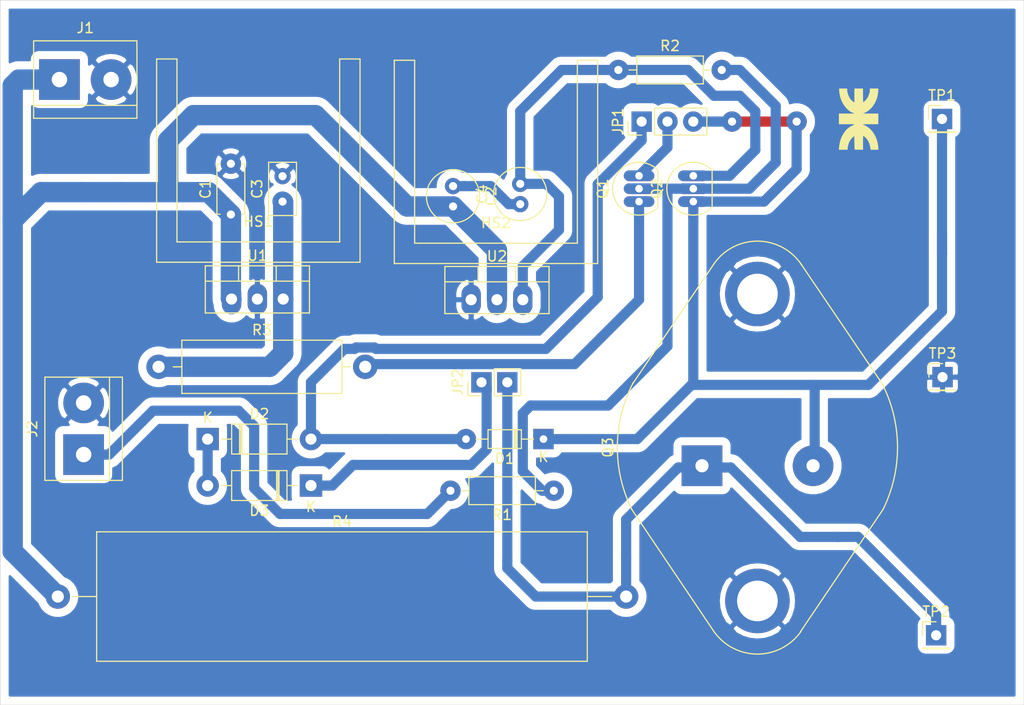
<source format=kicad_pcb>
(kicad_pcb (version 20171130) (host pcbnew "(5.1.0)-1")

  (general
    (thickness 1.6)
    (drawings 4)
    (tracks 130)
    (zones 0)
    (modules 26)
    (nets 15)
  )

  (page A4)
  (layers
    (0 F.Cu signal)
    (31 B.Cu signal)
    (32 B.Adhes user)
    (33 F.Adhes user)
    (34 B.Paste user)
    (35 F.Paste user)
    (36 B.SilkS user)
    (37 F.SilkS user)
    (38 B.Mask user)
    (39 F.Mask user)
    (40 Dwgs.User user)
    (41 Cmts.User user)
    (42 Eco1.User user)
    (43 Eco2.User user)
    (44 Edge.Cuts user)
    (45 Margin user)
    (46 B.CrtYd user)
    (47 F.CrtYd user)
    (48 B.Fab user)
    (49 F.Fab user)
  )

  (setup
    (last_trace_width 1)
    (trace_clearance 0.2)
    (zone_clearance 0.7)
    (zone_45_only no)
    (trace_min 0.2)
    (via_size 2)
    (via_drill 0.8)
    (via_min_size 0.4)
    (via_min_drill 0.3)
    (uvia_size 0.3)
    (uvia_drill 0.1)
    (uvias_allowed no)
    (uvia_min_size 0.2)
    (uvia_min_drill 0.1)
    (edge_width 0.05)
    (segment_width 0.2)
    (pcb_text_width 0.3)
    (pcb_text_size 1.5 1.5)
    (mod_edge_width 0.12)
    (mod_text_size 1 1)
    (mod_text_width 0.15)
    (pad_size 4 4)
    (pad_drill 1.3)
    (pad_to_mask_clearance 0.051)
    (solder_mask_min_width 0.25)
    (aux_axis_origin 0 0)
    (visible_elements 7FFFFFFF)
    (pcbplotparams
      (layerselection 0x010fc_ffffffff)
      (usegerberextensions false)
      (usegerberattributes false)
      (usegerberadvancedattributes false)
      (creategerberjobfile false)
      (excludeedgelayer true)
      (linewidth 0.100000)
      (plotframeref false)
      (viasonmask false)
      (mode 1)
      (useauxorigin false)
      (hpglpennumber 1)
      (hpglpenspeed 20)
      (hpglpendiameter 15.000000)
      (psnegative false)
      (psa4output false)
      (plotreference true)
      (plotvalue true)
      (plotinvisibletext false)
      (padsonsilk false)
      (subtractmaskfromsilk false)
      (outputformat 1)
      (mirror false)
      (drillshape 1)
      (scaleselection 1)
      (outputdirectory ""))
  )

  (net 0 "")
  (net 1 +15V)
  (net 2 GND)
  (net 3 "Net-(C2-Pad1)")
  (net 4 +12V)
  (net 5 -5V)
  (net 6 "Net-(D1-Pad2)")
  (net 7 "Net-(D1-Pad1)")
  (net 8 "Net-(D2-Pad1)")
  (net 9 "Net-(D3-Pad1)")
  (net 10 /PWM)
  (net 11 "Net-(JP1-Pad2)")
  (net 12 "Net-(JP2-Pad2)")
  (net 13 "Net-(Q1-Pad2)")
  (net 14 "Net-(Q1-Pad1)")

  (net_class Default "Esta es la clase de red por defecto."
    (clearance 0.2)
    (trace_width 1)
    (via_dia 2)
    (via_drill 0.8)
    (uvia_dia 0.3)
    (uvia_drill 0.1)
    (add_net -5V)
    (add_net /PWM)
    (add_net GND)
    (add_net "Net-(C2-Pad1)")
    (add_net "Net-(D1-Pad1)")
    (add_net "Net-(D1-Pad2)")
    (add_net "Net-(D2-Pad1)")
    (add_net "Net-(D3-Pad1)")
    (add_net "Net-(JP1-Pad2)")
    (add_net "Net-(JP2-Pad2)")
    (add_net "Net-(Q1-Pad1)")
    (add_net "Net-(Q1-Pad2)")
  )

  (net_class power ""
    (clearance 0.2)
    (trace_width 2)
    (via_dia 2)
    (via_drill 1)
    (uvia_dia 0.3)
    (uvia_drill 0.1)
    (add_net +12V)
    (add_net +15V)
  )

  (module lib_fp:TO-92_Inline (layer F.Cu) (tedit 5CDD10A4) (tstamp 5CDD57B0)
    (at 130.81 64.008 90)
    (descr "TO-92 leads in-line, narrow, oval pads, drill 0.75mm (see NXP sot054_po.pdf)")
    (tags "to-92 sc-43 sc-43a sot54 PA33 transistor")
    (path /5CDA5CAD)
    (fp_text reference Q1 (at 1.27 -3.56 90) (layer F.SilkS)
      (effects (font (size 1 1) (thickness 0.15)))
    )
    (fp_text value BC548 (at 1.27 2.79 90) (layer F.Fab)
      (effects (font (size 1 1) (thickness 0.15)))
    )
    (fp_text user %R (at 1.27 -3.56 90) (layer F.Fab)
      (effects (font (size 1 1) (thickness 0.15)))
    )
    (fp_line (start -0.53 1.85) (end 3.07 1.85) (layer F.SilkS) (width 0.12))
    (fp_line (start -0.5 1.75) (end 3 1.75) (layer F.Fab) (width 0.1))
    (fp_line (start -1.46 -2.73) (end 4 -2.73) (layer F.CrtYd) (width 0.05))
    (fp_line (start -1.46 -2.73) (end -1.46 2.01) (layer F.CrtYd) (width 0.05))
    (fp_line (start 4 2.01) (end 4 -2.73) (layer F.CrtYd) (width 0.05))
    (fp_line (start 4 2.01) (end -1.46 2.01) (layer F.CrtYd) (width 0.05))
    (fp_arc (start 1.27 0) (end 1.27 -2.48) (angle 135) (layer F.Fab) (width 0.1))
    (fp_arc (start 1.27 0) (end 1.27 -2.6) (angle -135) (layer F.SilkS) (width 0.12))
    (fp_arc (start 1.27 0) (end 1.27 -2.48) (angle -135) (layer F.Fab) (width 0.1))
    (fp_arc (start 1.27 0) (end 1.27 -2.6) (angle 135) (layer F.SilkS) (width 0.12))
    (pad 2 thru_hole oval (at 1.27 0 90) (size 1.05 3) (drill 0.75) (layers *.Cu *.Mask)
      (net 13 "Net-(Q1-Pad2)"))
    (pad 3 thru_hole oval (at 2.54 0 90) (size 1.05 3) (drill 0.75) (layers *.Cu *.Mask)
      (net 11 "Net-(JP1-Pad2)"))
    (pad 1 thru_hole oval (at 0 0 90) (size 1.05 3) (drill 0.75) (layers *.Cu *.Mask)
      (net 14 "Net-(Q1-Pad1)"))
    (model ${KISYS3DMOD}/Package_TO_SOT_THT.3dshapes/TO-92_Inline.wrl
      (at (xyz 0 0 0))
      (scale (xyz 1 1 1))
      (rotate (xyz 0 0 0))
    )
  )

  (module lib_fp:C_Disc_D4.7mm_W2.5mm_P5.00mm (layer F.Cu) (tedit 5CDD1034) (tstamp 5CDD0A03)
    (at 90.678 65.278 90)
    (descr "C, Disc series, Radial, pin pitch=5.00mm, , diameter*width=4.7*2.5mm^2, Capacitor, http://www.vishay.com/docs/45233/krseries.pdf")
    (tags "C Disc series Radial pin pitch 5.00mm  diameter 4.7mm width 2.5mm Capacitor")
    (path /5CD9F127)
    (fp_text reference C1 (at 2.5 -2.5 90) (layer F.SilkS)
      (effects (font (size 1 1) (thickness 0.15)))
    )
    (fp_text value 330nF (at 2.5 2.5 90) (layer F.Fab)
      (effects (font (size 1 1) (thickness 0.15)))
    )
    (fp_line (start 0.15 -1.25) (end 0.15 1.25) (layer F.Fab) (width 0.1))
    (fp_line (start 0.15 1.25) (end 4.85 1.25) (layer F.Fab) (width 0.1))
    (fp_line (start 4.85 1.25) (end 4.85 -1.25) (layer F.Fab) (width 0.1))
    (fp_line (start 4.85 -1.25) (end 0.15 -1.25) (layer F.Fab) (width 0.1))
    (fp_line (start 0.03 -1.37) (end 4.97 -1.37) (layer F.SilkS) (width 0.12))
    (fp_line (start 0.03 1.37) (end 4.97 1.37) (layer F.SilkS) (width 0.12))
    (fp_line (start 0.03 -1.37) (end 0.03 -1.055) (layer F.SilkS) (width 0.12))
    (fp_line (start 0.03 1.055) (end 0.03 1.37) (layer F.SilkS) (width 0.12))
    (fp_line (start 4.97 -1.37) (end 4.97 -1.055) (layer F.SilkS) (width 0.12))
    (fp_line (start 4.97 1.055) (end 4.97 1.37) (layer F.SilkS) (width 0.12))
    (fp_line (start -1.05 -1.5) (end -1.05 1.5) (layer F.CrtYd) (width 0.05))
    (fp_line (start -1.05 1.5) (end 6.05 1.5) (layer F.CrtYd) (width 0.05))
    (fp_line (start 6.05 1.5) (end 6.05 -1.5) (layer F.CrtYd) (width 0.05))
    (fp_line (start 6.05 -1.5) (end -1.05 -1.5) (layer F.CrtYd) (width 0.05))
    (fp_text user %R (at 2.5 0 90) (layer F.Fab)
      (effects (font (size 0.94 0.94) (thickness 0.141)))
    )
    (pad 1 thru_hole circle (at 0 0 90) (size 2 2) (drill 0.8) (layers *.Cu *.Mask)
      (net 1 +15V))
    (pad 2 thru_hole circle (at 5 0 90) (size 2 2) (drill 0.8) (layers *.Cu *.Mask)
      (net 2 GND))
    (model ${KISYS3DMOD}/Capacitor_THT.3dshapes/C_Disc_D4.7mm_W2.5mm_P5.00mm.wrl
      (at (xyz 0 0 0))
      (scale (xyz 1 1 1))
      (rotate (xyz 0 0 0))
    )
  )

  (module lib_fp:C_Radial_D5.0mm_H11.0mm_P2.00mm (layer F.Cu) (tedit 5BC5C9B9) (tstamp 5CDD56B5)
    (at 112.522 62.484 270)
    (descr "C, Radial series, Radial, pin pitch=2.00mm, diameter=5mm, height=11mm, Non-Polar Electrolytic Capacitor")
    (tags "C Radial series Radial pin pitch 2.00mm diameter 5mm height 11mm Non-Polar Electrolytic Capacitor")
    (path /5CDA11A5)
    (fp_text reference C2 (at 1 -3.75 270) (layer F.SilkS)
      (effects (font (size 1 1) (thickness 0.15)))
    )
    (fp_text value 2,2uF (at 1 3.75 270) (layer F.Fab)
      (effects (font (size 1 1) (thickness 0.15)))
    )
    (fp_text user %R (at 1 0 270) (layer F.Fab)
      (effects (font (size 1 1) (thickness 0.15)))
    )
    (fp_circle (center 1 0) (end 3.75 0) (layer F.CrtYd) (width 0.05))
    (fp_circle (center 1 0) (end 3.62 0) (layer F.SilkS) (width 0.12))
    (fp_circle (center 1 0) (end 3.5 0) (layer F.Fab) (width 0.1))
    (pad 2 thru_hole circle (at 2 0 270) (size 1.6 1.6) (drill 0.8) (layers *.Cu *.Mask)
      (net 1 +15V))
    (pad 1 thru_hole circle (at 0 0 270) (size 1.6 1.6) (drill 0.8) (layers *.Cu *.Mask)
      (net 3 "Net-(C2-Pad1)"))
    (model ${KISYS3DMOD}/Capacitor_THT.3dshapes/C_Radial_D5.0mm_H11.0mm_P2.00mm.wrl
      (at (xyz 0 0 0))
      (scale (xyz 1 1 1))
      (rotate (xyz 0 0 0))
    )
  )

  (module lib_fp:C_Disc_D5.0mm_W2.5mm_P2.50mm (layer F.Cu) (tedit 5AE50EF0) (tstamp 5CDD56C8)
    (at 95.758 64.008 90)
    (descr "C, Disc series, Radial, pin pitch=2.50mm, , diameter*width=5*2.5mm^2, Capacitor, http://cdn-reichelt.de/documents/datenblatt/B300/DS_KERKO_TC.pdf")
    (tags "C Disc series Radial pin pitch 2.50mm  diameter 5mm width 2.5mm Capacitor")
    (path /5CDA0B58)
    (fp_text reference C3 (at 1.25 -2.5 90) (layer F.SilkS)
      (effects (font (size 1 1) (thickness 0.15)))
    )
    (fp_text value 100nF (at 1.25 2.5 90) (layer F.Fab)
      (effects (font (size 1 1) (thickness 0.15)))
    )
    (fp_text user %R (at 1.25 0 90) (layer F.Fab)
      (effects (font (size 1 1) (thickness 0.15)))
    )
    (fp_line (start 4 -1.5) (end -1.5 -1.5) (layer F.CrtYd) (width 0.05))
    (fp_line (start 4 1.5) (end 4 -1.5) (layer F.CrtYd) (width 0.05))
    (fp_line (start -1.5 1.5) (end 4 1.5) (layer F.CrtYd) (width 0.05))
    (fp_line (start -1.5 -1.5) (end -1.5 1.5) (layer F.CrtYd) (width 0.05))
    (fp_line (start 3.87 -1.37) (end 3.87 1.37) (layer F.SilkS) (width 0.12))
    (fp_line (start -1.37 -1.37) (end -1.37 1.37) (layer F.SilkS) (width 0.12))
    (fp_line (start -1.37 1.37) (end 3.87 1.37) (layer F.SilkS) (width 0.12))
    (fp_line (start -1.37 -1.37) (end 3.87 -1.37) (layer F.SilkS) (width 0.12))
    (fp_line (start 3.75 -1.25) (end -1.25 -1.25) (layer F.Fab) (width 0.1))
    (fp_line (start 3.75 1.25) (end 3.75 -1.25) (layer F.Fab) (width 0.1))
    (fp_line (start -1.25 1.25) (end 3.75 1.25) (layer F.Fab) (width 0.1))
    (fp_line (start -1.25 -1.25) (end -1.25 1.25) (layer F.Fab) (width 0.1))
    (pad 2 thru_hole circle (at 2.5 0 90) (size 1.6 1.6) (drill 0.8) (layers *.Cu *.Mask)
      (net 2 GND))
    (pad 1 thru_hole circle (at 0 0 90) (size 1.6 1.6) (drill 0.8) (layers *.Cu *.Mask)
      (net 4 +12V))
    (model ${KISYS3DMOD}/Capacitor_THT.3dshapes/C_Disc_D5.0mm_W2.5mm_P2.50mm.wrl
      (at (xyz 0 0 0))
      (scale (xyz 1 1 1))
      (rotate (xyz 0 0 0))
    )
  )

  (module lib_fp:C_Radial_D5.0mm_H11.0mm_P2.00mm (layer F.Cu) (tedit 5BC5C9B9) (tstamp 5CDD56D2)
    (at 119.126 64.262 90)
    (descr "C, Radial series, Radial, pin pitch=2.00mm, diameter=5mm, height=11mm, Non-Polar Electrolytic Capacitor")
    (tags "C Radial series Radial pin pitch 2.00mm diameter 5mm height 11mm Non-Polar Electrolytic Capacitor")
    (path /5CDA19A8)
    (fp_text reference C4 (at 1 -3.75 90) (layer F.SilkS)
      (effects (font (size 1 1) (thickness 0.15)))
    )
    (fp_text value 1uF (at 1 3.75 90) (layer F.Fab)
      (effects (font (size 1 1) (thickness 0.15)))
    )
    (fp_circle (center 1 0) (end 3.5 0) (layer F.Fab) (width 0.1))
    (fp_circle (center 1 0) (end 3.62 0) (layer F.SilkS) (width 0.12))
    (fp_circle (center 1 0) (end 3.75 0) (layer F.CrtYd) (width 0.05))
    (fp_text user %R (at 1 0 90) (layer F.Fab)
      (effects (font (size 1 1) (thickness 0.15)))
    )
    (pad 1 thru_hole circle (at 0 0 90) (size 1.6 1.6) (drill 0.8) (layers *.Cu *.Mask)
      (net 3 "Net-(C2-Pad1)"))
    (pad 2 thru_hole circle (at 2 0 90) (size 1.6 1.6) (drill 0.8) (layers *.Cu *.Mask)
      (net 5 -5V))
    (model ${KISYS3DMOD}/Capacitor_THT.3dshapes/C_Radial_D5.0mm_H11.0mm_P2.00mm.wrl
      (at (xyz 0 0 0))
      (scale (xyz 1 1 1))
      (rotate (xyz 0 0 0))
    )
  )

  (module lib_fp:D_DO-34_SOD68_P7.62mm_Horizontal (layer F.Cu) (tedit 5CDD1063) (tstamp 5CDD56F1)
    (at 121.412 87.376 180)
    (descr "Diode, DO-34_SOD68 series, Axial, Horizontal, pin pitch=7.62mm, , length*diameter=3.04*1.6mm^2, , https://www.nxp.com/docs/en/data-sheet/KTY83_SER.pdf")
    (tags "Diode DO-34_SOD68 series Axial Horizontal pin pitch 7.62mm  length 3.04mm diameter 1.6mm")
    (path /5CDAF349)
    (fp_text reference D1 (at 3.81 -1.92 180) (layer F.SilkS)
      (effects (font (size 1 1) (thickness 0.15)))
    )
    (fp_text value 1N4148 (at 3.81 1.92 180) (layer F.Fab)
      (effects (font (size 1 1) (thickness 0.15)))
    )
    (fp_text user K (at 0 -1.75 180) (layer F.SilkS)
      (effects (font (size 1 1) (thickness 0.15)))
    )
    (fp_text user K (at 0 -1.75 180) (layer F.Fab)
      (effects (font (size 1 1) (thickness 0.15)))
    )
    (fp_text user %R (at 4.038 0 180) (layer F.Fab)
      (effects (font (size 0.608 0.608) (thickness 0.0912)))
    )
    (fp_line (start 8.63 -1.05) (end -1 -1.05) (layer F.CrtYd) (width 0.05))
    (fp_line (start 8.63 1.05) (end 8.63 -1.05) (layer F.CrtYd) (width 0.05))
    (fp_line (start -1 1.05) (end 8.63 1.05) (layer F.CrtYd) (width 0.05))
    (fp_line (start -1 -1.05) (end -1 1.05) (layer F.CrtYd) (width 0.05))
    (fp_line (start 2.626 -0.92) (end 2.626 0.92) (layer F.SilkS) (width 0.12))
    (fp_line (start 2.866 -0.92) (end 2.866 0.92) (layer F.SilkS) (width 0.12))
    (fp_line (start 2.746 -0.92) (end 2.746 0.92) (layer F.SilkS) (width 0.12))
    (fp_line (start 6.63 0) (end 5.45 0) (layer F.SilkS) (width 0.12))
    (fp_line (start 0.99 0) (end 2.17 0) (layer F.SilkS) (width 0.12))
    (fp_line (start 5.45 -0.92) (end 2.17 -0.92) (layer F.SilkS) (width 0.12))
    (fp_line (start 5.45 0.92) (end 5.45 -0.92) (layer F.SilkS) (width 0.12))
    (fp_line (start 2.17 0.92) (end 5.45 0.92) (layer F.SilkS) (width 0.12))
    (fp_line (start 2.17 -0.92) (end 2.17 0.92) (layer F.SilkS) (width 0.12))
    (fp_line (start 2.646 -0.8) (end 2.646 0.8) (layer F.Fab) (width 0.1))
    (fp_line (start 2.846 -0.8) (end 2.846 0.8) (layer F.Fab) (width 0.1))
    (fp_line (start 2.746 -0.8) (end 2.746 0.8) (layer F.Fab) (width 0.1))
    (fp_line (start 7.62 0) (end 5.33 0) (layer F.Fab) (width 0.1))
    (fp_line (start 0 0) (end 2.29 0) (layer F.Fab) (width 0.1))
    (fp_line (start 5.33 -0.8) (end 2.29 -0.8) (layer F.Fab) (width 0.1))
    (fp_line (start 5.33 0.8) (end 5.33 -0.8) (layer F.Fab) (width 0.1))
    (fp_line (start 2.29 0.8) (end 5.33 0.8) (layer F.Fab) (width 0.1))
    (fp_line (start 2.29 -0.8) (end 2.29 0.8) (layer F.Fab) (width 0.1))
    (pad 2 thru_hole oval (at 7.62 0 180) (size 2 2) (drill 0.75) (layers *.Cu *.Mask)
      (net 6 "Net-(D1-Pad2)"))
    (pad 1 thru_hole rect (at 0 0 180) (size 2 2) (drill 0.75) (layers *.Cu *.Mask)
      (net 7 "Net-(D1-Pad1)"))
    (model ${KISYS3DMOD}/Diode_THT.3dshapes/D_DO-34_SOD68_P7.62mm_Horizontal.wrl
      (at (xyz 0 0 0))
      (scale (xyz 1 1 1))
      (rotate (xyz 0 0 0))
    )
  )

  (module lib_fp:D_DO-41_SOD81_P10.16mm_Horizontal (layer F.Cu) (tedit 5AE50CD5) (tstamp 5CDD111F)
    (at 88.392 87.376)
    (descr "Diode, DO-41_SOD81 series, Axial, Horizontal, pin pitch=10.16mm, , length*diameter=5.2*2.7mm^2, , http://www.diodes.com/_files/packages/DO-41%20(Plastic).pdf")
    (tags "Diode DO-41_SOD81 series Axial Horizontal pin pitch 10.16mm  length 5.2mm diameter 2.7mm")
    (path /5CDA9EFD)
    (fp_text reference D2 (at 5.08 -2.47) (layer F.SilkS)
      (effects (font (size 1 1) (thickness 0.15)))
    )
    (fp_text value MUR160 (at 5.08 2.47) (layer F.Fab)
      (effects (font (size 1 1) (thickness 0.15)))
    )
    (fp_line (start 2.48 -1.35) (end 2.48 1.35) (layer F.Fab) (width 0.1))
    (fp_line (start 2.48 1.35) (end 7.68 1.35) (layer F.Fab) (width 0.1))
    (fp_line (start 7.68 1.35) (end 7.68 -1.35) (layer F.Fab) (width 0.1))
    (fp_line (start 7.68 -1.35) (end 2.48 -1.35) (layer F.Fab) (width 0.1))
    (fp_line (start 0 0) (end 2.48 0) (layer F.Fab) (width 0.1))
    (fp_line (start 10.16 0) (end 7.68 0) (layer F.Fab) (width 0.1))
    (fp_line (start 3.26 -1.35) (end 3.26 1.35) (layer F.Fab) (width 0.1))
    (fp_line (start 3.36 -1.35) (end 3.36 1.35) (layer F.Fab) (width 0.1))
    (fp_line (start 3.16 -1.35) (end 3.16 1.35) (layer F.Fab) (width 0.1))
    (fp_line (start 2.36 -1.47) (end 2.36 1.47) (layer F.SilkS) (width 0.12))
    (fp_line (start 2.36 1.47) (end 7.8 1.47) (layer F.SilkS) (width 0.12))
    (fp_line (start 7.8 1.47) (end 7.8 -1.47) (layer F.SilkS) (width 0.12))
    (fp_line (start 7.8 -1.47) (end 2.36 -1.47) (layer F.SilkS) (width 0.12))
    (fp_line (start 1.34 0) (end 2.36 0) (layer F.SilkS) (width 0.12))
    (fp_line (start 8.82 0) (end 7.8 0) (layer F.SilkS) (width 0.12))
    (fp_line (start 3.26 -1.47) (end 3.26 1.47) (layer F.SilkS) (width 0.12))
    (fp_line (start 3.38 -1.47) (end 3.38 1.47) (layer F.SilkS) (width 0.12))
    (fp_line (start 3.14 -1.47) (end 3.14 1.47) (layer F.SilkS) (width 0.12))
    (fp_line (start -1.35 -1.6) (end -1.35 1.6) (layer F.CrtYd) (width 0.05))
    (fp_line (start -1.35 1.6) (end 11.51 1.6) (layer F.CrtYd) (width 0.05))
    (fp_line (start 11.51 1.6) (end 11.51 -1.6) (layer F.CrtYd) (width 0.05))
    (fp_line (start 11.51 -1.6) (end -1.35 -1.6) (layer F.CrtYd) (width 0.05))
    (fp_text user %R (at 5.47 0) (layer F.Fab)
      (effects (font (size 1 1) (thickness 0.15)))
    )
    (fp_text user K (at 0 -2.1) (layer F.Fab)
      (effects (font (size 1 1) (thickness 0.15)))
    )
    (fp_text user K (at 0 -2.1) (layer F.SilkS)
      (effects (font (size 1 1) (thickness 0.15)))
    )
    (pad 1 thru_hole rect (at 0 0) (size 2.2 2.2) (drill 1.1) (layers *.Cu *.Mask)
      (net 8 "Net-(D2-Pad1)"))
    (pad 2 thru_hole oval (at 10.16 0) (size 2.2 2.2) (drill 1.1) (layers *.Cu *.Mask)
      (net 6 "Net-(D1-Pad2)"))
    (model ${KISYS3DMOD}/Diode_THT.3dshapes/D_DO-41_SOD81_P10.16mm_Horizontal.wrl
      (at (xyz 0 0 0))
      (scale (xyz 1 1 1))
      (rotate (xyz 0 0 0))
    )
  )

  (module lib_fp:D_DO-41_SOD81_P10.16mm_Horizontal (layer F.Cu) (tedit 5AE50CD5) (tstamp 5CDD7050)
    (at 98.552 91.948 180)
    (descr "Diode, DO-41_SOD81 series, Axial, Horizontal, pin pitch=10.16mm, , length*diameter=5.2*2.7mm^2, , http://www.diodes.com/_files/packages/DO-41%20(Plastic).pdf")
    (tags "Diode DO-41_SOD81 series Axial Horizontal pin pitch 10.16mm  length 5.2mm diameter 2.7mm")
    (path /5CDAD3F1)
    (fp_text reference D3 (at 5.08 -2.47 180) (layer F.SilkS)
      (effects (font (size 1 1) (thickness 0.15)))
    )
    (fp_text value MUR160 (at 5.08 2.47 180) (layer F.Fab)
      (effects (font (size 1 1) (thickness 0.15)))
    )
    (fp_text user K (at 0 -2.1 180) (layer F.SilkS)
      (effects (font (size 1 1) (thickness 0.15)))
    )
    (fp_text user K (at 0 -2.1 180) (layer F.Fab)
      (effects (font (size 1 1) (thickness 0.15)))
    )
    (fp_text user %R (at 5.47 0 180) (layer F.Fab)
      (effects (font (size 1 1) (thickness 0.15)))
    )
    (fp_line (start 11.51 -1.6) (end -1.35 -1.6) (layer F.CrtYd) (width 0.05))
    (fp_line (start 11.51 1.6) (end 11.51 -1.6) (layer F.CrtYd) (width 0.05))
    (fp_line (start -1.35 1.6) (end 11.51 1.6) (layer F.CrtYd) (width 0.05))
    (fp_line (start -1.35 -1.6) (end -1.35 1.6) (layer F.CrtYd) (width 0.05))
    (fp_line (start 3.14 -1.47) (end 3.14 1.47) (layer F.SilkS) (width 0.12))
    (fp_line (start 3.38 -1.47) (end 3.38 1.47) (layer F.SilkS) (width 0.12))
    (fp_line (start 3.26 -1.47) (end 3.26 1.47) (layer F.SilkS) (width 0.12))
    (fp_line (start 8.82 0) (end 7.8 0) (layer F.SilkS) (width 0.12))
    (fp_line (start 1.34 0) (end 2.36 0) (layer F.SilkS) (width 0.12))
    (fp_line (start 7.8 -1.47) (end 2.36 -1.47) (layer F.SilkS) (width 0.12))
    (fp_line (start 7.8 1.47) (end 7.8 -1.47) (layer F.SilkS) (width 0.12))
    (fp_line (start 2.36 1.47) (end 7.8 1.47) (layer F.SilkS) (width 0.12))
    (fp_line (start 2.36 -1.47) (end 2.36 1.47) (layer F.SilkS) (width 0.12))
    (fp_line (start 3.16 -1.35) (end 3.16 1.35) (layer F.Fab) (width 0.1))
    (fp_line (start 3.36 -1.35) (end 3.36 1.35) (layer F.Fab) (width 0.1))
    (fp_line (start 3.26 -1.35) (end 3.26 1.35) (layer F.Fab) (width 0.1))
    (fp_line (start 10.16 0) (end 7.68 0) (layer F.Fab) (width 0.1))
    (fp_line (start 0 0) (end 2.48 0) (layer F.Fab) (width 0.1))
    (fp_line (start 7.68 -1.35) (end 2.48 -1.35) (layer F.Fab) (width 0.1))
    (fp_line (start 7.68 1.35) (end 7.68 -1.35) (layer F.Fab) (width 0.1))
    (fp_line (start 2.48 1.35) (end 7.68 1.35) (layer F.Fab) (width 0.1))
    (fp_line (start 2.48 -1.35) (end 2.48 1.35) (layer F.Fab) (width 0.1))
    (pad 2 thru_hole oval (at 10.16 0 180) (size 2.2 2.2) (drill 1.1) (layers *.Cu *.Mask)
      (net 8 "Net-(D2-Pad1)"))
    (pad 1 thru_hole rect (at 0 0 180) (size 2.2 2.2) (drill 1.1) (layers *.Cu *.Mask)
      (net 9 "Net-(D3-Pad1)"))
    (model ${KISYS3DMOD}/Diode_THT.3dshapes/D_DO-41_SOD81_P10.16mm_Horizontal.wrl
      (at (xyz 0 0 0))
      (scale (xyz 1 1 1))
      (rotate (xyz 0 0 0))
    )
  )

  (module lib_fp:Heatsink_TO220_A (layer F.Cu) (tedit 5CDD24D4) (tstamp 5CDD573B)
    (at 83.3755 49.9745)
    (descr "Heatsink, StoneCold HS")
    (tags heatsink)
    (path /5CD7B91A)
    (fp_text reference HS1 (at 10 16) (layer F.SilkS)
      (effects (font (size 1 1) (thickness 0.15)))
    )
    (fp_text value Heatsink (at 10 22) (layer F.Fab)
      (effects (font (size 1 1) (thickness 0.15)))
    )
    (fp_line (start 0 20) (end 20 20) (layer F.SilkS) (width 0.12))
    (fp_line (start 20 20) (end 20 0) (layer F.SilkS) (width 0.12))
    (fp_line (start 0 20) (end 0 0) (layer F.SilkS) (width 0.12))
    (fp_line (start 0 0) (end 2 0) (layer F.SilkS) (width 0.12))
    (fp_line (start 2 0) (end 2 18) (layer F.SilkS) (width 0.12))
    (fp_line (start 2 18) (end 18 18) (layer F.SilkS) (width 0.12))
    (fp_line (start 18 18) (end 18 0) (layer F.SilkS) (width 0.12))
    (fp_line (start 18 0) (end 20 0) (layer F.SilkS) (width 0.12))
    (model "${KIPRJMOD}/3d_models/lv8729-driver-heatsink-1.snapshot.1/LV8729 Heatsink.step"
      (offset (xyz 10 -17 8))
      (scale (xyz 1 1.3 1.55))
      (rotate (xyz 0 90 90))
    )
  )

  (module lib_fp:Heatsink_TO220_A (layer F.Cu) (tedit 5CDD24D4) (tstamp 5CDD5747)
    (at 106.7435 50.1015)
    (descr "Heatsink, StoneCold HS")
    (tags heatsink)
    (path /5CD7BDEB)
    (fp_text reference HS2 (at 10 16) (layer F.SilkS)
      (effects (font (size 1 1) (thickness 0.15)))
    )
    (fp_text value Heatsink (at 10 22) (layer F.Fab)
      (effects (font (size 1 1) (thickness 0.15)))
    )
    (fp_line (start 18 0) (end 20 0) (layer F.SilkS) (width 0.12))
    (fp_line (start 18 18) (end 18 0) (layer F.SilkS) (width 0.12))
    (fp_line (start 2 18) (end 18 18) (layer F.SilkS) (width 0.12))
    (fp_line (start 2 0) (end 2 18) (layer F.SilkS) (width 0.12))
    (fp_line (start 0 0) (end 2 0) (layer F.SilkS) (width 0.12))
    (fp_line (start 0 20) (end 0 0) (layer F.SilkS) (width 0.12))
    (fp_line (start 20 20) (end 20 0) (layer F.SilkS) (width 0.12))
    (fp_line (start 0 20) (end 20 20) (layer F.SilkS) (width 0.12))
    (model "${KIPRJMOD}/3d_models/lv8729-driver-heatsink-1.snapshot.1/LV8729 Heatsink.step"
      (offset (xyz 10 -17 8))
      (scale (xyz 1 1.3 1.55))
      (rotate (xyz 0 90 90))
    )
  )

  (module lib_fp:TerminalBlock_bornier-2_P5.08mm (layer F.Cu) (tedit 5CDD1011) (tstamp 5CDD575C)
    (at 73.82 52)
    (descr "simple 2-pin terminal block, pitch 5.08mm, revamped version of bornier2")
    (tags "terminal block bornier2")
    (path /5CD853EA)
    (fp_text reference J1 (at 2.54 -5.08) (layer F.SilkS)
      (effects (font (size 1 1) (thickness 0.15)))
    )
    (fp_text value Vin (at 2.54 5.08) (layer F.Fab)
      (effects (font (size 1 1) (thickness 0.15)))
    )
    (fp_text user %R (at 2.54 0) (layer F.Fab)
      (effects (font (size 1 1) (thickness 0.15)))
    )
    (fp_line (start -2.41 2.55) (end 7.49 2.55) (layer F.Fab) (width 0.1))
    (fp_line (start -2.46 -3.75) (end -2.46 3.75) (layer F.Fab) (width 0.1))
    (fp_line (start -2.46 3.75) (end 7.54 3.75) (layer F.Fab) (width 0.1))
    (fp_line (start 7.54 3.75) (end 7.54 -3.75) (layer F.Fab) (width 0.1))
    (fp_line (start 7.54 -3.75) (end -2.46 -3.75) (layer F.Fab) (width 0.1))
    (fp_line (start 7.62 2.54) (end -2.54 2.54) (layer F.SilkS) (width 0.12))
    (fp_line (start 7.62 3.81) (end 7.62 -3.81) (layer F.SilkS) (width 0.12))
    (fp_line (start 7.62 -3.81) (end -2.54 -3.81) (layer F.SilkS) (width 0.12))
    (fp_line (start -2.54 -3.81) (end -2.54 3.81) (layer F.SilkS) (width 0.12))
    (fp_line (start -2.54 3.81) (end 7.62 3.81) (layer F.SilkS) (width 0.12))
    (fp_line (start -2.71 -4) (end 7.79 -4) (layer F.CrtYd) (width 0.05))
    (fp_line (start -2.71 -4) (end -2.71 4) (layer F.CrtYd) (width 0.05))
    (fp_line (start 7.79 4) (end 7.79 -4) (layer F.CrtYd) (width 0.05))
    (fp_line (start 7.79 4) (end -2.71 4) (layer F.CrtYd) (width 0.05))
    (pad 1 thru_hole rect (at 0 0) (size 4 4) (drill 1.52) (layers *.Cu *.Mask)
      (net 1 +15V))
    (pad 2 thru_hole circle (at 5.08 0) (size 4 4) (drill 1.52) (layers *.Cu *.Mask)
      (net 2 GND))
    (model "${KIPRJMOD}/3d_models/User Library-Terminal block 2 POS/User Library-Terminal block 2 POS.STEP"
      (offset (xyz 2.5 0.5 0))
      (scale (xyz 1 1 1))
      (rotate (xyz 0 0 180))
    )
  )

  (module lib_fp:TerminalBlock_bornier-2_P5.08mm (layer F.Cu) (tedit 5CDD1017) (tstamp 5CDD5771)
    (at 76.2 88.9 90)
    (descr "simple 2-pin terminal block, pitch 5.08mm, revamped version of bornier2")
    (tags "terminal block bornier2")
    (path /5CDA3B0C)
    (fp_text reference J2 (at 2.54 -5.08 90) (layer F.SilkS)
      (effects (font (size 1 1) (thickness 0.15)))
    )
    (fp_text value PWM_IN (at 2.54 5.08 90) (layer F.Fab)
      (effects (font (size 1 1) (thickness 0.15)))
    )
    (fp_line (start 7.79 4) (end -2.71 4) (layer F.CrtYd) (width 0.05))
    (fp_line (start 7.79 4) (end 7.79 -4) (layer F.CrtYd) (width 0.05))
    (fp_line (start -2.71 -4) (end -2.71 4) (layer F.CrtYd) (width 0.05))
    (fp_line (start -2.71 -4) (end 7.79 -4) (layer F.CrtYd) (width 0.05))
    (fp_line (start -2.54 3.81) (end 7.62 3.81) (layer F.SilkS) (width 0.12))
    (fp_line (start -2.54 -3.81) (end -2.54 3.81) (layer F.SilkS) (width 0.12))
    (fp_line (start 7.62 -3.81) (end -2.54 -3.81) (layer F.SilkS) (width 0.12))
    (fp_line (start 7.62 3.81) (end 7.62 -3.81) (layer F.SilkS) (width 0.12))
    (fp_line (start 7.62 2.54) (end -2.54 2.54) (layer F.SilkS) (width 0.12))
    (fp_line (start 7.54 -3.75) (end -2.46 -3.75) (layer F.Fab) (width 0.1))
    (fp_line (start 7.54 3.75) (end 7.54 -3.75) (layer F.Fab) (width 0.1))
    (fp_line (start -2.46 3.75) (end 7.54 3.75) (layer F.Fab) (width 0.1))
    (fp_line (start -2.46 -3.75) (end -2.46 3.75) (layer F.Fab) (width 0.1))
    (fp_line (start -2.41 2.55) (end 7.49 2.55) (layer F.Fab) (width 0.1))
    (fp_text user %R (at 2.54 0 90) (layer F.Fab)
      (effects (font (size 1 1) (thickness 0.15)))
    )
    (pad 2 thru_hole circle (at 5.08 0 90) (size 4 4) (drill 1.52) (layers *.Cu *.Mask)
      (net 2 GND))
    (pad 1 thru_hole rect (at 0 0 90) (size 4 4) (drill 1.52) (layers *.Cu *.Mask)
      (net 10 /PWM))
    (model "${KIPRJMOD}/3d_models/User Library-Terminal block 2 POS/User Library-Terminal block 2 POS.STEP"
      (offset (xyz 2.5 0.5 0))
      (scale (xyz 1 1 1))
      (rotate (xyz 0 0 180))
    )
  )

  (module lib_fp:PinHeader_1x03_P2.54mm_Vertical (layer F.Cu) (tedit 5CDD10B4) (tstamp 5CDD08A0)
    (at 131.064 56.134 90)
    (descr "Through hole straight pin header, 1x03, 2.54mm pitch, single row")
    (tags "Through hole pin header THT 1x03 2.54mm single row")
    (path /5CDA481A)
    (fp_text reference JP1 (at 0 -2.33 90) (layer F.SilkS)
      (effects (font (size 1 1) (thickness 0.15)))
    )
    (fp_text value Jumper_NC_Dual (at 0 7.41 90) (layer F.Fab)
      (effects (font (size 1 1) (thickness 0.15)))
    )
    (fp_text user %R (at 0 2.54 180) (layer F.Fab)
      (effects (font (size 1 1) (thickness 0.15)))
    )
    (fp_line (start 1.8 -1.8) (end -1.8 -1.8) (layer F.CrtYd) (width 0.05))
    (fp_line (start 1.8 6.85) (end 1.8 -1.8) (layer F.CrtYd) (width 0.05))
    (fp_line (start -1.8 6.85) (end 1.8 6.85) (layer F.CrtYd) (width 0.05))
    (fp_line (start -1.8 -1.8) (end -1.8 6.85) (layer F.CrtYd) (width 0.05))
    (fp_line (start -1.33 -1.33) (end 0 -1.33) (layer F.SilkS) (width 0.12))
    (fp_line (start -1.33 0) (end -1.33 -1.33) (layer F.SilkS) (width 0.12))
    (fp_line (start -1.33 1.27) (end 1.33 1.27) (layer F.SilkS) (width 0.12))
    (fp_line (start 1.33 1.27) (end 1.33 6.41) (layer F.SilkS) (width 0.12))
    (fp_line (start -1.33 1.27) (end -1.33 6.41) (layer F.SilkS) (width 0.12))
    (fp_line (start -1.33 6.41) (end 1.33 6.41) (layer F.SilkS) (width 0.12))
    (fp_line (start -1.27 -0.635) (end -0.635 -1.27) (layer F.Fab) (width 0.1))
    (fp_line (start -1.27 6.35) (end -1.27 -0.635) (layer F.Fab) (width 0.1))
    (fp_line (start 1.27 6.35) (end -1.27 6.35) (layer F.Fab) (width 0.1))
    (fp_line (start 1.27 -1.27) (end 1.27 6.35) (layer F.Fab) (width 0.1))
    (fp_line (start -0.635 -1.27) (end 1.27 -1.27) (layer F.Fab) (width 0.1))
    (pad 3 thru_hole oval (at 0 5.08 90) (size 2 2) (drill 1) (layers *.Cu *.Mask)
      (net 7 "Net-(D1-Pad1)"))
    (pad 2 thru_hole oval (at 0 2.54 90) (size 2 2) (drill 1) (layers *.Cu *.Mask)
      (net 11 "Net-(JP1-Pad2)"))
    (pad 1 thru_hole rect (at 0 0 90) (size 2 2) (drill 1) (layers *.Cu *.Mask)
      (net 6 "Net-(D1-Pad2)"))
    (model ${KISYS3DMOD}/Connector_PinHeader_2.54mm.3dshapes/PinHeader_1x03_P2.54mm_Vertical.wrl
      (at (xyz 0 0 0))
      (scale (xyz 1 1 1))
      (rotate (xyz 0 0 0))
    )
  )

  (module lib_fp:PinHeader_1x02_P2.54mm_Vertical (layer F.Cu) (tedit 5CDD1048) (tstamp 5CDD0ECA)
    (at 115.316 81.788 90)
    (descr "Through hole straight pin header, 1x02, 2.54mm pitch, single row")
    (tags "Through hole pin header THT 1x02 2.54mm single row")
    (path /5CD9CA06)
    (fp_text reference JP2 (at 0 -2.33 90) (layer F.SilkS)
      (effects (font (size 1 1) (thickness 0.15)))
    )
    (fp_text value Jumper_NC_Small (at 0 4.87 90) (layer F.Fab)
      (effects (font (size 1 1) (thickness 0.15)))
    )
    (fp_text user %R (at 0 1.27 180) (layer F.Fab)
      (effects (font (size 1 1) (thickness 0.15)))
    )
    (fp_line (start 1.8 -1.8) (end -1.8 -1.8) (layer F.CrtYd) (width 0.05))
    (fp_line (start 1.8 4.35) (end 1.8 -1.8) (layer F.CrtYd) (width 0.05))
    (fp_line (start -1.8 4.35) (end 1.8 4.35) (layer F.CrtYd) (width 0.05))
    (fp_line (start -1.8 -1.8) (end -1.8 4.35) (layer F.CrtYd) (width 0.05))
    (fp_line (start -1.33 -1.33) (end 0 -1.33) (layer F.SilkS) (width 0.12))
    (fp_line (start -1.33 0) (end -1.33 -1.33) (layer F.SilkS) (width 0.12))
    (fp_line (start -1.33 1.27) (end 1.33 1.27) (layer F.SilkS) (width 0.12))
    (fp_line (start 1.33 1.27) (end 1.33 3.87) (layer F.SilkS) (width 0.12))
    (fp_line (start -1.33 1.27) (end -1.33 3.87) (layer F.SilkS) (width 0.12))
    (fp_line (start -1.33 3.87) (end 1.33 3.87) (layer F.SilkS) (width 0.12))
    (fp_line (start -1.27 -0.635) (end -0.635 -1.27) (layer F.Fab) (width 0.1))
    (fp_line (start -1.27 3.81) (end -1.27 -0.635) (layer F.Fab) (width 0.1))
    (fp_line (start 1.27 3.81) (end -1.27 3.81) (layer F.Fab) (width 0.1))
    (fp_line (start 1.27 -1.27) (end 1.27 3.81) (layer F.Fab) (width 0.1))
    (fp_line (start -0.635 -1.27) (end 1.27 -1.27) (layer F.Fab) (width 0.1))
    (pad 2 thru_hole rect (at 0 2.54 90) (size 2 2) (drill 1) (layers *.Cu *.Mask)
      (net 12 "Net-(JP2-Pad2)"))
    (pad 1 thru_hole rect (at 0 0 90) (size 2 2) (drill 1) (layers *.Cu *.Mask)
      (net 9 "Net-(D3-Pad1)"))
    (model ${KISYS3DMOD}/Connector_PinHeader_2.54mm.3dshapes/PinHeader_1x02_P2.54mm_Vertical.wrl
      (at (xyz 0 0 0))
      (scale (xyz 1 1 1))
      (rotate (xyz 0 0 0))
    )
  )

  (module lib_fp:TO-92_Inline (layer F.Cu) (tedit 5A1DD157) (tstamp 5CDD57C2)
    (at 136.144 64.008 90)
    (descr "TO-92 leads in-line, narrow, oval pads, drill 0.75mm (see NXP sot054_po.pdf)")
    (tags "to-92 sc-43 sc-43a sot54 PA33 transistor")
    (path /5CDB563C)
    (fp_text reference Q2 (at 1.27 -3.56 90) (layer F.SilkS)
      (effects (font (size 1 1) (thickness 0.15)))
    )
    (fp_text value BC558 (at 1.27 2.79 90) (layer F.Fab)
      (effects (font (size 1 1) (thickness 0.15)))
    )
    (fp_arc (start 1.27 0) (end 1.27 -2.6) (angle 135) (layer F.SilkS) (width 0.12))
    (fp_arc (start 1.27 0) (end 1.27 -2.48) (angle -135) (layer F.Fab) (width 0.1))
    (fp_arc (start 1.27 0) (end 1.27 -2.6) (angle -135) (layer F.SilkS) (width 0.12))
    (fp_arc (start 1.27 0) (end 1.27 -2.48) (angle 135) (layer F.Fab) (width 0.1))
    (fp_line (start 4 2.01) (end -1.46 2.01) (layer F.CrtYd) (width 0.05))
    (fp_line (start 4 2.01) (end 4 -2.73) (layer F.CrtYd) (width 0.05))
    (fp_line (start -1.46 -2.73) (end -1.46 2.01) (layer F.CrtYd) (width 0.05))
    (fp_line (start -1.46 -2.73) (end 4 -2.73) (layer F.CrtYd) (width 0.05))
    (fp_line (start -0.5 1.75) (end 3 1.75) (layer F.Fab) (width 0.1))
    (fp_line (start -0.53 1.85) (end 3.07 1.85) (layer F.SilkS) (width 0.12))
    (fp_text user %R (at 1.27 -3.56 90) (layer F.Fab)
      (effects (font (size 1 1) (thickness 0.15)))
    )
    (pad 1 thru_hole oval (at 0 0 90) (size 1.05 3) (drill 0.75) (layers *.Cu *.Mask)
      (net 7 "Net-(D1-Pad1)"))
    (pad 3 thru_hole oval (at 2.54 0 90) (size 1.05 3) (drill 0.75) (layers *.Cu *.Mask)
      (net 5 -5V))
    (pad 2 thru_hole oval (at 1.27 0 90) (size 1.05 3) (drill 0.75) (layers *.Cu *.Mask)
      (net 13 "Net-(Q1-Pad2)"))
    (model ${KISYS3DMOD}/Package_TO_SOT_THT.3dshapes/TO-92_Inline.wrl
      (at (xyz 0 0 0))
      (scale (xyz 1 1 1))
      (rotate (xyz 0 0 0))
    )
  )

  (module lib_fp:R_Axial_DIN0207_L6.3mm_D2.5mm_P10.16mm_Horizontal (layer F.Cu) (tedit 5CDD106F) (tstamp 5CDD0AA2)
    (at 122.428 92.456 180)
    (descr "Resistor, Axial_DIN0207 series, Axial, Horizontal, pin pitch=10.16mm, 0.25W = 1/4W, length*diameter=6.3*2.5mm^2, http://cdn-reichelt.de/documents/datenblatt/B400/1_4W%23YAG.pdf")
    (tags "Resistor Axial_DIN0207 series Axial Horizontal pin pitch 10.16mm 0.25W = 1/4W length 6.3mm diameter 2.5mm")
    (path /5CDBD57B)
    (fp_text reference R1 (at 5.08 -2.37 180) (layer F.SilkS)
      (effects (font (size 1 1) (thickness 0.15)))
    )
    (fp_text value 470 (at 5.08 2.37 180) (layer F.Fab)
      (effects (font (size 1 1) (thickness 0.15)))
    )
    (fp_text user %R (at 5.08 0 180) (layer F.Fab)
      (effects (font (size 1 1) (thickness 0.15)))
    )
    (fp_line (start 11.21 -1.5) (end -1.05 -1.5) (layer F.CrtYd) (width 0.05))
    (fp_line (start 11.21 1.5) (end 11.21 -1.5) (layer F.CrtYd) (width 0.05))
    (fp_line (start -1.05 1.5) (end 11.21 1.5) (layer F.CrtYd) (width 0.05))
    (fp_line (start -1.05 -1.5) (end -1.05 1.5) (layer F.CrtYd) (width 0.05))
    (fp_line (start 9.12 0) (end 8.35 0) (layer F.SilkS) (width 0.12))
    (fp_line (start 1.04 0) (end 1.81 0) (layer F.SilkS) (width 0.12))
    (fp_line (start 8.35 -1.37) (end 1.81 -1.37) (layer F.SilkS) (width 0.12))
    (fp_line (start 8.35 1.37) (end 8.35 -1.37) (layer F.SilkS) (width 0.12))
    (fp_line (start 1.81 1.37) (end 8.35 1.37) (layer F.SilkS) (width 0.12))
    (fp_line (start 1.81 -1.37) (end 1.81 1.37) (layer F.SilkS) (width 0.12))
    (fp_line (start 10.16 0) (end 8.23 0) (layer F.Fab) (width 0.1))
    (fp_line (start 0 0) (end 1.93 0) (layer F.Fab) (width 0.1))
    (fp_line (start 8.23 -1.25) (end 1.93 -1.25) (layer F.Fab) (width 0.1))
    (fp_line (start 8.23 1.25) (end 8.23 -1.25) (layer F.Fab) (width 0.1))
    (fp_line (start 1.93 1.25) (end 8.23 1.25) (layer F.Fab) (width 0.1))
    (fp_line (start 1.93 -1.25) (end 1.93 1.25) (layer F.Fab) (width 0.1))
    (pad 2 thru_hole oval (at 10.16 0 180) (size 2 2) (drill 0.8) (layers *.Cu *.Mask)
      (net 10 /PWM))
    (pad 1 thru_hole oval (at 0 0 180) (size 2 2) (drill 0.8) (layers *.Cu *.Mask)
      (net 13 "Net-(Q1-Pad2)"))
    (model ${KISYS3DMOD}/Resistor_THT.3dshapes/R_Axial_DIN0207_L6.3mm_D2.5mm_P10.16mm_Horizontal.wrl
      (at (xyz 0 0 0))
      (scale (xyz 1 1 1))
      (rotate (xyz 0 0 0))
    )
  )

  (module lib_fp:R_Axial_DIN0207_L6.3mm_D2.5mm_P10.16mm_Horizontal (layer F.Cu) (tedit 5AE5139B) (tstamp 5CDD1A93)
    (at 128.778 51.054)
    (descr "Resistor, Axial_DIN0207 series, Axial, Horizontal, pin pitch=10.16mm, 0.25W = 1/4W, length*diameter=6.3*2.5mm^2, http://cdn-reichelt.de/documents/datenblatt/B400/1_4W%23YAG.pdf")
    (tags "Resistor Axial_DIN0207 series Axial Horizontal pin pitch 10.16mm 0.25W = 1/4W length 6.3mm diameter 2.5mm")
    (path /5CDB991D)
    (fp_text reference R2 (at 5.08 -2.37) (layer F.SilkS)
      (effects (font (size 1 1) (thickness 0.15)))
    )
    (fp_text value 1k (at 5.08 2.37) (layer F.Fab)
      (effects (font (size 1 1) (thickness 0.15)))
    )
    (fp_line (start 1.93 -1.25) (end 1.93 1.25) (layer F.Fab) (width 0.1))
    (fp_line (start 1.93 1.25) (end 8.23 1.25) (layer F.Fab) (width 0.1))
    (fp_line (start 8.23 1.25) (end 8.23 -1.25) (layer F.Fab) (width 0.1))
    (fp_line (start 8.23 -1.25) (end 1.93 -1.25) (layer F.Fab) (width 0.1))
    (fp_line (start 0 0) (end 1.93 0) (layer F.Fab) (width 0.1))
    (fp_line (start 10.16 0) (end 8.23 0) (layer F.Fab) (width 0.1))
    (fp_line (start 1.81 -1.37) (end 1.81 1.37) (layer F.SilkS) (width 0.12))
    (fp_line (start 1.81 1.37) (end 8.35 1.37) (layer F.SilkS) (width 0.12))
    (fp_line (start 8.35 1.37) (end 8.35 -1.37) (layer F.SilkS) (width 0.12))
    (fp_line (start 8.35 -1.37) (end 1.81 -1.37) (layer F.SilkS) (width 0.12))
    (fp_line (start 1.04 0) (end 1.81 0) (layer F.SilkS) (width 0.12))
    (fp_line (start 9.12 0) (end 8.35 0) (layer F.SilkS) (width 0.12))
    (fp_line (start -1.05 -1.5) (end -1.05 1.5) (layer F.CrtYd) (width 0.05))
    (fp_line (start -1.05 1.5) (end 11.21 1.5) (layer F.CrtYd) (width 0.05))
    (fp_line (start 11.21 1.5) (end 11.21 -1.5) (layer F.CrtYd) (width 0.05))
    (fp_line (start 11.21 -1.5) (end -1.05 -1.5) (layer F.CrtYd) (width 0.05))
    (fp_text user %R (at 5.08 0) (layer F.Fab)
      (effects (font (size 1 1) (thickness 0.15)))
    )
    (pad 1 thru_hole oval (at 0 0) (size 2 2) (drill 0.8) (layers *.Cu *.Mask)
      (net 5 -5V))
    (pad 2 thru_hole oval (at 10.16 0) (size 2 2) (drill 0.8) (layers *.Cu *.Mask)
      (net 13 "Net-(Q1-Pad2)"))
    (model ${KISYS3DMOD}/Resistor_THT.3dshapes/R_Axial_DIN0207_L6.3mm_D2.5mm_P10.16mm_Horizontal.wrl
      (at (xyz 0 0 0))
      (scale (xyz 1 1 1))
      (rotate (xyz 0 0 0))
    )
  )

  (module lib_fp:R_Axial_DIN0516_L15.5mm_D5.0mm_P20.32mm_Horizontal (layer F.Cu) (tedit 5AE5139B) (tstamp 5CDD5819)
    (at 83.566 80.264)
    (descr "Resistor, Axial_DIN0516 series, Axial, Horizontal, pin pitch=20.32mm, 2W, length*diameter=15.5*5mm^2, http://cdn-reichelt.de/documents/datenblatt/B400/1_4W%23YAG.pdf")
    (tags "Resistor Axial_DIN0516 series Axial Horizontal pin pitch 20.32mm 2W length 15.5mm diameter 5mm")
    (path /5CDA6F06)
    (fp_text reference R3 (at 10.16 -3.62) (layer F.SilkS)
      (effects (font (size 1 1) (thickness 0.15)))
    )
    (fp_text value 56 (at 10.16 3.62) (layer F.Fab)
      (effects (font (size 1 1) (thickness 0.15)))
    )
    (fp_text user %R (at 10.16 0) (layer F.Fab)
      (effects (font (size 1 1) (thickness 0.15)))
    )
    (fp_line (start 21.77 -2.75) (end -1.45 -2.75) (layer F.CrtYd) (width 0.05))
    (fp_line (start 21.77 2.75) (end 21.77 -2.75) (layer F.CrtYd) (width 0.05))
    (fp_line (start -1.45 2.75) (end 21.77 2.75) (layer F.CrtYd) (width 0.05))
    (fp_line (start -1.45 -2.75) (end -1.45 2.75) (layer F.CrtYd) (width 0.05))
    (fp_line (start 18.88 0) (end 18.03 0) (layer F.SilkS) (width 0.12))
    (fp_line (start 1.44 0) (end 2.29 0) (layer F.SilkS) (width 0.12))
    (fp_line (start 18.03 -2.62) (end 2.29 -2.62) (layer F.SilkS) (width 0.12))
    (fp_line (start 18.03 2.62) (end 18.03 -2.62) (layer F.SilkS) (width 0.12))
    (fp_line (start 2.29 2.62) (end 18.03 2.62) (layer F.SilkS) (width 0.12))
    (fp_line (start 2.29 -2.62) (end 2.29 2.62) (layer F.SilkS) (width 0.12))
    (fp_line (start 20.32 0) (end 17.91 0) (layer F.Fab) (width 0.1))
    (fp_line (start 0 0) (end 2.41 0) (layer F.Fab) (width 0.1))
    (fp_line (start 17.91 -2.5) (end 2.41 -2.5) (layer F.Fab) (width 0.1))
    (fp_line (start 17.91 2.5) (end 17.91 -2.5) (layer F.Fab) (width 0.1))
    (fp_line (start 2.41 2.5) (end 17.91 2.5) (layer F.Fab) (width 0.1))
    (fp_line (start 2.41 -2.5) (end 2.41 2.5) (layer F.Fab) (width 0.1))
    (pad 2 thru_hole oval (at 20.32 0) (size 2.4 2.4) (drill 1.2) (layers *.Cu *.Mask)
      (net 14 "Net-(Q1-Pad1)"))
    (pad 1 thru_hole circle (at 0 0) (size 2.4 2.4) (drill 1.2) (layers *.Cu *.Mask)
      (net 4 +12V))
    (model ${KISYS3DMOD}/Resistor_THT.3dshapes/R_Axial_DIN0516_L15.5mm_D5.0mm_P20.32mm_Horizontal.wrl
      (at (xyz 0 0 0))
      (scale (xyz 1 1 1))
      (rotate (xyz 0 0 0))
    )
  )

  (module lib_fp:R_Axial_Power_L48.0mm_W12.5mm_P55.88mm (layer F.Cu) (tedit 5AE5139B) (tstamp 5CDD5830)
    (at 73.66 102.87)
    (descr "Resistor, Axial_Power series, Box, pin pitch=55.88mm, 15W, length*width*height=48*12.5*12.5mm^3, http://cdn-reichelt.de/documents/datenblatt/B400/5WAXIAL_9WAXIAL_11WAXIAL_17WAXIAL%23YAG.pdf")
    (tags "Resistor Axial_Power series Box pin pitch 55.88mm 15W length 48mm width 12.5mm height 12.5mm")
    (path /5CDC79A9)
    (fp_text reference R4 (at 27.94 -7.37) (layer F.SilkS)
      (effects (font (size 1 1) (thickness 0.15)))
    )
    (fp_text value 15 (at 27.94 7.37) (layer F.Fab)
      (effects (font (size 1 1) (thickness 0.15)))
    )
    (fp_text user %R (at 27.94 0) (layer F.Fab)
      (effects (font (size 1 1) (thickness 0.15)))
    )
    (fp_line (start 57.33 -6.5) (end -1.45 -6.5) (layer F.CrtYd) (width 0.05))
    (fp_line (start 57.33 6.5) (end 57.33 -6.5) (layer F.CrtYd) (width 0.05))
    (fp_line (start -1.45 6.5) (end 57.33 6.5) (layer F.CrtYd) (width 0.05))
    (fp_line (start -1.45 -6.5) (end -1.45 6.5) (layer F.CrtYd) (width 0.05))
    (fp_line (start 54.44 0) (end 52.06 0) (layer F.SilkS) (width 0.12))
    (fp_line (start 1.44 0) (end 3.82 0) (layer F.SilkS) (width 0.12))
    (fp_line (start 52.06 -6.37) (end 3.82 -6.37) (layer F.SilkS) (width 0.12))
    (fp_line (start 52.06 6.37) (end 52.06 -6.37) (layer F.SilkS) (width 0.12))
    (fp_line (start 3.82 6.37) (end 52.06 6.37) (layer F.SilkS) (width 0.12))
    (fp_line (start 3.82 -6.37) (end 3.82 6.37) (layer F.SilkS) (width 0.12))
    (fp_line (start 55.88 0) (end 51.94 0) (layer F.Fab) (width 0.1))
    (fp_line (start 0 0) (end 3.94 0) (layer F.Fab) (width 0.1))
    (fp_line (start 51.94 -6.25) (end 3.94 -6.25) (layer F.Fab) (width 0.1))
    (fp_line (start 51.94 6.25) (end 51.94 -6.25) (layer F.Fab) (width 0.1))
    (fp_line (start 3.94 6.25) (end 51.94 6.25) (layer F.Fab) (width 0.1))
    (fp_line (start 3.94 -6.25) (end 3.94 6.25) (layer F.Fab) (width 0.1))
    (pad 2 thru_hole oval (at 55.88 0) (size 2.4 2.4) (drill 1.2) (layers *.Cu *.Mask)
      (net 12 "Net-(JP2-Pad2)"))
    (pad 1 thru_hole circle (at 0 0) (size 2.4 2.4) (drill 1.2) (layers *.Cu *.Mask)
      (net 1 +15V))
    (model ${KISYS3DMOD}/Resistor_THT.3dshapes/R_Axial_Power_L48.0mm_W12.5mm_P55.88mm.wrl
      (at (xyz 0 0 0))
      (scale (xyz 1 1 1))
      (rotate (xyz 0 0 0))
    )
  )

  (module lib_fp:Testpoint (layer F.Cu) (tedit 5CDD108F) (tstamp 5CDEE8E8)
    (at 160.6 55.88)
    (descr "Through hole straight pin header, 1x01, 2.54mm pitch, single row")
    (tags "Through hole pin header THT 1x01 2.54mm single row")
    (path /5CDD4F61)
    (fp_text reference TP1 (at 0 -2.33) (layer F.SilkS)
      (effects (font (size 1 1) (thickness 0.15)))
    )
    (fp_text value TP_Base (at 0 2.33) (layer F.Fab)
      (effects (font (size 1 1) (thickness 0.15)))
    )
    (fp_line (start -0.635 -1.27) (end 1.27 -1.27) (layer F.Fab) (width 0.1))
    (fp_line (start 1.27 -1.27) (end 1.27 1.27) (layer F.Fab) (width 0.1))
    (fp_line (start 1.27 1.27) (end -1.27 1.27) (layer F.Fab) (width 0.1))
    (fp_line (start -1.27 1.27) (end -1.27 -0.635) (layer F.Fab) (width 0.1))
    (fp_line (start -1.27 -0.635) (end -0.635 -1.27) (layer F.Fab) (width 0.1))
    (fp_line (start -1.33 1.33) (end 1.33 1.33) (layer F.SilkS) (width 0.12))
    (fp_line (start -1.33 1.27) (end -1.33 1.33) (layer F.SilkS) (width 0.12))
    (fp_line (start 1.33 1.27) (end 1.33 1.33) (layer F.SilkS) (width 0.12))
    (fp_line (start -1.33 1.27) (end 1.33 1.27) (layer F.SilkS) (width 0.12))
    (fp_line (start -1.33 0) (end -1.33 -1.33) (layer F.SilkS) (width 0.12))
    (fp_line (start -1.33 -1.33) (end 0 -1.33) (layer F.SilkS) (width 0.12))
    (fp_line (start -1.8 -1.8) (end -1.8 1.8) (layer F.CrtYd) (width 0.05))
    (fp_line (start -1.8 1.8) (end 1.8 1.8) (layer F.CrtYd) (width 0.05))
    (fp_line (start 1.8 1.8) (end 1.8 -1.8) (layer F.CrtYd) (width 0.05))
    (fp_line (start 1.8 -1.8) (end -1.8 -1.8) (layer F.CrtYd) (width 0.05))
    (fp_text user %R (at 0 0 90) (layer F.Fab)
      (effects (font (size 1 1) (thickness 0.15)))
    )
    (pad 1 thru_hole rect (at 0 0) (size 2 2) (drill 1) (layers *.Cu *.Mask)
      (net 7 "Net-(D1-Pad1)"))
    (model ${KISYS3DMOD}/Connector_PinHeader_2.54mm.3dshapes/PinHeader_1x01_P2.54mm_Vertical.wrl
      (at (xyz 0 0 0))
      (scale (xyz 1 1 1))
      (rotate (xyz 0 0 0))
    )
  )

  (module lib_fp:Testpoint (layer F.Cu) (tedit 59FED5CC) (tstamp 5CDD585A)
    (at 160.02 106.68)
    (descr "Through hole straight pin header, 1x01, 2.54mm pitch, single row")
    (tags "Through hole pin header THT 1x01 2.54mm single row")
    (path /5CDD2E5E)
    (fp_text reference TP2 (at 0 -2.33) (layer F.SilkS)
      (effects (font (size 1 1) (thickness 0.15)))
    )
    (fp_text value TP_Colector (at 0 2.33) (layer F.Fab)
      (effects (font (size 1 1) (thickness 0.15)))
    )
    (fp_text user %R (at 0 0 90) (layer F.Fab)
      (effects (font (size 1 1) (thickness 0.15)))
    )
    (fp_line (start 1.8 -1.8) (end -1.8 -1.8) (layer F.CrtYd) (width 0.05))
    (fp_line (start 1.8 1.8) (end 1.8 -1.8) (layer F.CrtYd) (width 0.05))
    (fp_line (start -1.8 1.8) (end 1.8 1.8) (layer F.CrtYd) (width 0.05))
    (fp_line (start -1.8 -1.8) (end -1.8 1.8) (layer F.CrtYd) (width 0.05))
    (fp_line (start -1.33 -1.33) (end 0 -1.33) (layer F.SilkS) (width 0.12))
    (fp_line (start -1.33 0) (end -1.33 -1.33) (layer F.SilkS) (width 0.12))
    (fp_line (start -1.33 1.27) (end 1.33 1.27) (layer F.SilkS) (width 0.12))
    (fp_line (start 1.33 1.27) (end 1.33 1.33) (layer F.SilkS) (width 0.12))
    (fp_line (start -1.33 1.27) (end -1.33 1.33) (layer F.SilkS) (width 0.12))
    (fp_line (start -1.33 1.33) (end 1.33 1.33) (layer F.SilkS) (width 0.12))
    (fp_line (start -1.27 -0.635) (end -0.635 -1.27) (layer F.Fab) (width 0.1))
    (fp_line (start -1.27 1.27) (end -1.27 -0.635) (layer F.Fab) (width 0.1))
    (fp_line (start 1.27 1.27) (end -1.27 1.27) (layer F.Fab) (width 0.1))
    (fp_line (start 1.27 -1.27) (end 1.27 1.27) (layer F.Fab) (width 0.1))
    (fp_line (start -0.635 -1.27) (end 1.27 -1.27) (layer F.Fab) (width 0.1))
    (pad 1 thru_hole rect (at 0 0) (size 2 2) (drill 1) (layers *.Cu *.Mask)
      (net 12 "Net-(JP2-Pad2)"))
    (model ${KISYS3DMOD}/Connector_PinHeader_2.54mm.3dshapes/PinHeader_1x01_P2.54mm_Vertical.wrl
      (at (xyz 0 0 0))
      (scale (xyz 1 1 1))
      (rotate (xyz 0 0 0))
    )
  )

  (module lib_fp:Testpoint (layer F.Cu) (tedit 59FED5CC) (tstamp 5CDD586F)
    (at 160.65 81.28)
    (descr "Through hole straight pin header, 1x01, 2.54mm pitch, single row")
    (tags "Through hole pin header THT 1x01 2.54mm single row")
    (path /5CDD692B)
    (fp_text reference TP3 (at 0 -2.33) (layer F.SilkS)
      (effects (font (size 1 1) (thickness 0.15)))
    )
    (fp_text value GND (at 0 2.33) (layer F.Fab)
      (effects (font (size 1 1) (thickness 0.15)))
    )
    (fp_text user %R (at 0 0 90) (layer F.Fab)
      (effects (font (size 1 1) (thickness 0.15)))
    )
    (fp_line (start 1.8 -1.8) (end -1.8 -1.8) (layer F.CrtYd) (width 0.05))
    (fp_line (start 1.8 1.8) (end 1.8 -1.8) (layer F.CrtYd) (width 0.05))
    (fp_line (start -1.8 1.8) (end 1.8 1.8) (layer F.CrtYd) (width 0.05))
    (fp_line (start -1.8 -1.8) (end -1.8 1.8) (layer F.CrtYd) (width 0.05))
    (fp_line (start -1.33 -1.33) (end 0 -1.33) (layer F.SilkS) (width 0.12))
    (fp_line (start -1.33 0) (end -1.33 -1.33) (layer F.SilkS) (width 0.12))
    (fp_line (start -1.33 1.27) (end 1.33 1.27) (layer F.SilkS) (width 0.12))
    (fp_line (start 1.33 1.27) (end 1.33 1.33) (layer F.SilkS) (width 0.12))
    (fp_line (start -1.33 1.27) (end -1.33 1.33) (layer F.SilkS) (width 0.12))
    (fp_line (start -1.33 1.33) (end 1.33 1.33) (layer F.SilkS) (width 0.12))
    (fp_line (start -1.27 -0.635) (end -0.635 -1.27) (layer F.Fab) (width 0.1))
    (fp_line (start -1.27 1.27) (end -1.27 -0.635) (layer F.Fab) (width 0.1))
    (fp_line (start 1.27 1.27) (end -1.27 1.27) (layer F.Fab) (width 0.1))
    (fp_line (start 1.27 -1.27) (end 1.27 1.27) (layer F.Fab) (width 0.1))
    (fp_line (start -0.635 -1.27) (end 1.27 -1.27) (layer F.Fab) (width 0.1))
    (pad 1 thru_hole rect (at 0 0) (size 2 2) (drill 1) (layers *.Cu *.Mask)
      (net 2 GND))
    (model ${KISYS3DMOD}/Connector_PinHeader_2.54mm.3dshapes/PinHeader_1x01_P2.54mm_Vertical.wrl
      (at (xyz 0 0 0))
      (scale (xyz 1 1 1))
      (rotate (xyz 0 0 0))
    )
  )

  (module lib_fp:TO-220-3_Vertical (layer F.Cu) (tedit 5CDD1022) (tstamp 5CDD5889)
    (at 90.7415 73.5965)
    (descr "TO-220-3, Vertical, RM 2.54mm, see https://www.vishay.com/docs/66542/to-220-1.pdf")
    (tags "TO-220-3 Vertical RM 2.54mm")
    (path /5CD7C651)
    (fp_text reference U1 (at 2.54 -4.27) (layer F.SilkS)
      (effects (font (size 1 1) (thickness 0.15)))
    )
    (fp_text value L7812 (at 2.54 2.5) (layer F.Fab)
      (effects (font (size 1 1) (thickness 0.15)))
    )
    (fp_text user %R (at 2.54 -4.27) (layer F.Fab)
      (effects (font (size 1 1) (thickness 0.15)))
    )
    (fp_line (start 7.79 -3.4) (end -2.71 -3.4) (layer F.CrtYd) (width 0.05))
    (fp_line (start 7.79 1.51) (end 7.79 -3.4) (layer F.CrtYd) (width 0.05))
    (fp_line (start -2.71 1.51) (end 7.79 1.51) (layer F.CrtYd) (width 0.05))
    (fp_line (start -2.71 -3.4) (end -2.71 1.51) (layer F.CrtYd) (width 0.05))
    (fp_line (start 4.391 -3.27) (end 4.391 -1.76) (layer F.SilkS) (width 0.12))
    (fp_line (start 0.69 -3.27) (end 0.69 -1.76) (layer F.SilkS) (width 0.12))
    (fp_line (start -2.58 -1.76) (end 7.66 -1.76) (layer F.SilkS) (width 0.12))
    (fp_line (start 7.66 -3.27) (end 7.66 1.371) (layer F.SilkS) (width 0.12))
    (fp_line (start -2.58 -3.27) (end -2.58 1.371) (layer F.SilkS) (width 0.12))
    (fp_line (start -2.58 1.371) (end 7.66 1.371) (layer F.SilkS) (width 0.12))
    (fp_line (start -2.58 -3.27) (end 7.66 -3.27) (layer F.SilkS) (width 0.12))
    (fp_line (start 4.39 -3.15) (end 4.39 -1.88) (layer F.Fab) (width 0.1))
    (fp_line (start 0.69 -3.15) (end 0.69 -1.88) (layer F.Fab) (width 0.1))
    (fp_line (start -2.46 -1.88) (end 7.54 -1.88) (layer F.Fab) (width 0.1))
    (fp_line (start 7.54 -3.15) (end -2.46 -3.15) (layer F.Fab) (width 0.1))
    (fp_line (start 7.54 1.25) (end 7.54 -3.15) (layer F.Fab) (width 0.1))
    (fp_line (start -2.46 1.25) (end 7.54 1.25) (layer F.Fab) (width 0.1))
    (fp_line (start -2.46 -3.15) (end -2.46 1.25) (layer F.Fab) (width 0.1))
    (pad 3 thru_hole oval (at 5.08 0) (size 1.905 3) (drill 1.1) (layers *.Cu *.Mask)
      (net 4 +12V))
    (pad 2 thru_hole oval (at 2.54 0) (size 1.905 3) (drill 1.1) (layers *.Cu *.Mask)
      (net 2 GND))
    (pad 1 thru_hole oval (at 0 0) (size 1.905 3) (drill 1.1) (layers *.Cu *.Mask)
      (net 1 +15V))
    (model ${KISYS3DMOD}/Package_TO_SOT_THT.3dshapes/TO-220-3_Vertical.wrl
      (at (xyz 0 0 0))
      (scale (xyz 1 1 1))
      (rotate (xyz 0 0 0))
    )
  )

  (module lib_fp:TO-220-3_Vertical (layer F.Cu) (tedit 5AC8BA0D) (tstamp 5CDD58A3)
    (at 114.3 73.66)
    (descr "TO-220-3, Vertical, RM 2.54mm, see https://www.vishay.com/docs/66542/to-220-1.pdf")
    (tags "TO-220-3 Vertical RM 2.54mm")
    (path /5CD8A0D9)
    (fp_text reference U2 (at 2.54 -4.27) (layer F.SilkS)
      (effects (font (size 1 1) (thickness 0.15)))
    )
    (fp_text value L7905 (at 2.54 2.5) (layer F.Fab)
      (effects (font (size 1 1) (thickness 0.15)))
    )
    (fp_line (start -2.46 -3.15) (end -2.46 1.25) (layer F.Fab) (width 0.1))
    (fp_line (start -2.46 1.25) (end 7.54 1.25) (layer F.Fab) (width 0.1))
    (fp_line (start 7.54 1.25) (end 7.54 -3.15) (layer F.Fab) (width 0.1))
    (fp_line (start 7.54 -3.15) (end -2.46 -3.15) (layer F.Fab) (width 0.1))
    (fp_line (start -2.46 -1.88) (end 7.54 -1.88) (layer F.Fab) (width 0.1))
    (fp_line (start 0.69 -3.15) (end 0.69 -1.88) (layer F.Fab) (width 0.1))
    (fp_line (start 4.39 -3.15) (end 4.39 -1.88) (layer F.Fab) (width 0.1))
    (fp_line (start -2.58 -3.27) (end 7.66 -3.27) (layer F.SilkS) (width 0.12))
    (fp_line (start -2.58 1.371) (end 7.66 1.371) (layer F.SilkS) (width 0.12))
    (fp_line (start -2.58 -3.27) (end -2.58 1.371) (layer F.SilkS) (width 0.12))
    (fp_line (start 7.66 -3.27) (end 7.66 1.371) (layer F.SilkS) (width 0.12))
    (fp_line (start -2.58 -1.76) (end 7.66 -1.76) (layer F.SilkS) (width 0.12))
    (fp_line (start 0.69 -3.27) (end 0.69 -1.76) (layer F.SilkS) (width 0.12))
    (fp_line (start 4.391 -3.27) (end 4.391 -1.76) (layer F.SilkS) (width 0.12))
    (fp_line (start -2.71 -3.4) (end -2.71 1.51) (layer F.CrtYd) (width 0.05))
    (fp_line (start -2.71 1.51) (end 7.79 1.51) (layer F.CrtYd) (width 0.05))
    (fp_line (start 7.79 1.51) (end 7.79 -3.4) (layer F.CrtYd) (width 0.05))
    (fp_line (start 7.79 -3.4) (end -2.71 -3.4) (layer F.CrtYd) (width 0.05))
    (fp_text user %R (at 2.54 -4.27) (layer F.Fab)
      (effects (font (size 1 1) (thickness 0.15)))
    )
    (pad 1 thru_hole oval (at 0 0) (size 1.905 3) (drill 1.1) (layers *.Cu *.Mask)
      (net 2 GND))
    (pad 2 thru_hole oval (at 2.54 0) (size 1.905 3) (drill 1.1) (layers *.Cu *.Mask)
      (net 1 +15V))
    (pad 3 thru_hole oval (at 5.08 0) (size 1.905 3) (drill 1.1) (layers *.Cu *.Mask)
      (net 5 -5V))
    (model ${KISYS3DMOD}/Package_TO_SOT_THT.3dshapes/TO-220-3_Vertical.wrl
      (at (xyz 0 0 0))
      (scale (xyz 1 1 1))
      (rotate (xyz 0 0 0))
    )
  )

  (module lib_fp:TO-3 (layer F.Cu) (tedit 5CDD1659) (tstamp 5CDD2751)
    (at 137 90 90)
    (descr "Transistor TO-3")
    (tags "TR TO-3 TO3 TO-204")
    (path /5CDC12F5)
    (fp_text reference Q3 (at 1.8 -9.25 90) (layer F.SilkS)
      (effects (font (size 1 1) (thickness 0.15)))
    )
    (fp_text value BU208 (at 0 6.5 90) (layer F.Fab)
      (effects (font (size 1 1) (thickness 0.15)))
    )
    (fp_arc (start 16.9 5.45) (end 20 1) (angle 111.6) (layer F.CrtYd) (width 0.05))
    (fp_arc (start -13.3 5.45) (end -16.4 1) (angle -111.6) (layer F.CrtYd) (width 0.05))
    (fp_arc (start 1.8 5.45) (end -4.5 17.9) (angle -54) (layer F.CrtYd) (width 0.05))
    (fp_arc (start 1.8 5.45) (end -4.5 -7) (angle 54) (layer F.CrtYd) (width 0.05))
    (fp_arc (start 16.9 5.45) (end 19.9 1.2) (angle 111.6) (layer F.SilkS) (width 0.12))
    (fp_arc (start -13.3 5.45) (end -16.2 1.1) (angle -111.6) (layer F.SilkS) (width 0.12))
    (fp_arc (start 1.8 5.45) (end -4.3 17.8) (angle -54) (layer F.SilkS) (width 0.12))
    (fp_arc (start 1.8 5.45) (end -4.3 -6.9) (angle 54) (layer F.SilkS) (width 0.12))
    (fp_arc (start 16.9 5.45) (end 19.71 1.32) (angle 111.6) (layer F.Fab) (width 0.1))
    (fp_arc (start -13.3 5.45) (end -16.11 1.32) (angle -111.6) (layer F.Fab) (width 0.1))
    (fp_arc (start 1.8 5.45) (end -4.38 17.57) (angle -54) (layer F.Fab) (width 0.1))
    (fp_arc (start 1.8 5.45) (end -4.38 -6.67) (angle 54) (layer F.Fab) (width 0.1))
    (fp_circle (center 16.9 5.45) (end 18.9 5.45) (layer F.Fab) (width 0.1))
    (fp_circle (center -13.3 5.45) (end -15.3 5.45) (layer F.Fab) (width 0.1))
    (fp_circle (center 1.8 5.45) (end 11.8 5.45) (layer F.Fab) (width 0.1))
    (fp_line (start 8.1 17.9) (end 20 9.9) (layer F.CrtYd) (width 0.05))
    (fp_line (start 8.1 -7) (end 20 1) (layer F.CrtYd) (width 0.05))
    (fp_line (start -4.5 17.9) (end -16.4 9.9) (layer F.CrtYd) (width 0.05))
    (fp_line (start -4.5 -7) (end -16.4 1) (layer F.CrtYd) (width 0.05))
    (fp_line (start 8.1 17.7) (end 19.9 9.7) (layer F.SilkS) (width 0.12))
    (fp_line (start 8.1 -6.8) (end 19.9 1.2) (layer F.SilkS) (width 0.12))
    (fp_line (start -4.3 17.8) (end -16.3 9.7) (layer F.SilkS) (width 0.12))
    (fp_line (start -4.3 -6.9) (end -16.2 1.1) (layer F.SilkS) (width 0.12))
    (fp_line (start 7.98 17.56) (end 19.71 9.58) (layer F.Fab) (width 0.1))
    (fp_line (start 7.98 -6.67) (end 19.71 1.32) (layer F.Fab) (width 0.1))
    (fp_line (start -4.38 17.57) (end -16.11 9.58) (layer F.Fab) (width 0.1))
    (fp_line (start -4.38 -6.67) (end -16.11 1.32) (layer F.Fab) (width 0.1))
    (fp_text user %R (at 0 4.25 90) (layer F.Fab)
      (effects (font (size 1 1) (thickness 0.15)))
    )
    (pad 3 thru_hole circle (at 16.9 5.45 90) (size 6.35 6.35) (drill 4) (layers *.Cu *.Mask)
      (net 2 GND))
    (pad 3 thru_hole circle (at -13.3 5.45 90) (size 6.35 6.35) (drill 4) (layers *.Cu *.Mask)
      (net 2 GND))
    (pad 2 thru_hole circle (at 0 10.92 90) (size 4 4) (drill 1.3) (layers *.Cu *.Mask)
      (net 7 "Net-(D1-Pad1)"))
    (pad 1 thru_hole rect (at 0 0 90) (size 4 4) (drill 1.3) (layers *.Cu *.Mask)
      (net 12 "Net-(JP2-Pad2)"))
    (model ${KISYS3DMOD}/Package_TO_SOT_THT.3dshapes/TO-3.wrl
      (at (xyz 0 0 0))
      (scale (xyz 1 1 1))
      (rotate (xyz 0 0 0))
    )
  )

  (module lib_fp:logo_utn_fsilk_small (layer F.Cu) (tedit 5CB49C0D) (tstamp 5CDEE4ED)
    (at 152.4 55.88)
    (path /5CDEF98D)
    (fp_text reference G1 (at 0 5.08) (layer F.SilkS) hide
      (effects (font (size 1.524 1.524) (thickness 0.3)))
    )
    (fp_text value logo (at 0 -5.08) (layer F.SilkS) hide
      (effects (font (size 1.524 1.524) (thickness 0.3)))
    )
    (fp_poly (pts (xy 1.928774 -2.770093) (xy 1.89318 -2.43873) (xy 1.821508 -2.120476) (xy 1.716091 -1.819091)
      (xy 1.579261 -1.538338) (xy 1.413351 -1.281977) (xy 1.220692 -1.053769) (xy 1.003616 -0.857476)
      (xy 0.764457 -0.696859) (xy 0.588911 -0.60929) (xy 0.420077 -0.536202) (xy 1.177192 -0.534801)
      (xy 1.934308 -0.5334) (xy 1.934308 0.508) (xy 1.182077 0.508) (xy 0.988737 0.5082)
      (xy 0.830984 0.508919) (xy 0.705329 0.510334) (xy 0.608284 0.512621) (xy 0.53636 0.515956)
      (xy 0.486068 0.520518) (xy 0.453918 0.526481) (xy 0.436423 0.534024) (xy 0.430094 0.543322)
      (xy 0.429846 0.5461) (xy 0.446076 0.577142) (xy 0.468361 0.5842) (xy 0.517495 0.595221)
      (xy 0.591825 0.625047) (xy 0.681966 0.668817) (xy 0.778535 0.721671) (xy 0.872148 0.778749)
      (xy 0.953423 0.835193) (xy 0.954351 0.835896) (xy 1.188825 1.041349) (xy 1.3937 1.278635)
      (xy 1.567889 1.546093) (xy 1.710306 1.842064) (xy 1.816501 2.152819) (xy 1.857957 2.321239)
      (xy 1.89296 2.503137) (xy 1.918777 2.681207) (xy 1.932672 2.83814) (xy 1.934308 2.898405)
      (xy 1.934308 3.0226) (xy 1.179396 3.0226) (xy 1.148222 2.793958) (xy 1.093836 2.531543)
      (xy 1.006532 2.289038) (xy 0.889491 2.072363) (xy 0.745892 1.887438) (xy 0.584276 1.744028)
      (xy 0.520782 1.699337) (xy 0.470952 1.666384) (xy 0.444172 1.651334) (xy 0.442622 1.651)
      (xy 0.439257 1.675309) (xy 0.436224 1.743876) (xy 0.433645 1.850158) (xy 0.431641 1.987614)
      (xy 0.430334 2.149702) (xy 0.429847 2.329879) (xy 0.429846 2.337305) (xy 0.429846 3.02361)
      (xy -0.400538 3.0099) (xy -0.410308 2.343678) (xy -0.420077 1.677457) (xy -0.527538 1.756857)
      (xy -0.625491 1.844592) (xy -0.728651 1.962653) (xy -0.826614 2.096981) (xy -0.908973 2.233519)
      (xy -0.958005 2.338396) (xy -0.995585 2.449808) (xy -1.031551 2.581748) (xy -1.062326 2.718131)
      (xy -1.084332 2.842873) (xy -1.093991 2.939889) (xy -1.094154 2.950463) (xy -1.094154 3.0226)
      (xy -1.934308 3.0226) (xy -1.934233 2.95275) (xy -1.929372 2.863913) (xy -1.916352 2.741204)
      (xy -1.897308 2.599758) (xy -1.874371 2.45471) (xy -1.849677 2.321193) (xy -1.836658 2.260509)
      (xy -1.755423 1.984062) (xy -1.641129 1.710727) (xy -1.49942 1.450618) (xy -1.335942 1.213846)
      (xy -1.156339 1.010525) (xy -1.118948 0.974735) (xy -0.99711 0.873595) (xy -0.855421 0.774923)
      (xy -0.709193 0.688402) (xy -0.573742 0.623711) (xy -0.547883 0.613726) (xy -0.484653 0.589399)
      (xy -0.440576 0.569064) (xy -0.417711 0.552371) (xy -0.418114 0.538971) (xy -0.443844 0.528515)
      (xy -0.496958 0.520653) (xy -0.579514 0.515035) (xy -0.693569 0.511313) (xy -0.841181 0.509138)
      (xy -1.024408 0.508159) (xy -1.170679 0.508) (xy -1.934308 0.508) (xy -1.934308 -0.5334)
      (xy -0.400538 -0.535574) (xy -0.586154 -0.619121) (xy -0.677237 -0.662067) (xy -0.765064 -0.706819)
      (xy -0.835941 -0.746268) (xy -0.859692 -0.761082) (xy -1.064663 -0.922761) (xy -1.259774 -1.125796)
      (xy -1.438006 -1.360874) (xy -1.592335 -1.618684) (xy -1.715741 -1.889915) (xy -1.720622 -1.902732)
      (xy -1.788136 -2.1106) (xy -1.844462 -2.341103) (xy -1.886284 -2.576754) (xy -1.910288 -2.800067)
      (xy -1.914769 -2.926684) (xy -1.914769 -2.9972) (xy -1.133231 -2.9972) (xy -1.132999 -2.88925)
      (xy -1.118278 -2.722047) (xy -1.077612 -2.536395) (xy -1.015254 -2.346086) (xy -0.935458 -2.16491)
      (xy -0.877286 -2.060257) (xy -0.804432 -1.958898) (xy -0.71099 -1.85363) (xy -0.609996 -1.75751)
      (xy -0.514484 -1.683596) (xy -0.48112 -1.663382) (xy -0.410308 -1.624919) (xy -0.410308 -2.9972)
      (xy 0.429846 -2.9972) (xy 0.429846 -2.3241) (xy 0.430375 -2.145179) (xy 0.431866 -1.984166)
      (xy 0.434175 -1.847664) (xy 0.437159 -1.742276) (xy 0.440674 -1.674603) (xy 0.4445 -1.651239)
      (xy 0.482235 -1.667481) (xy 0.540488 -1.710331) (xy 0.610894 -1.77218) (xy 0.685089 -1.845418)
      (xy 0.754707 -1.922435) (xy 0.788267 -1.963975) (xy 0.894385 -2.12723) (xy 0.984413 -2.314889)
      (xy 1.053922 -2.514317) (xy 1.098486 -2.712876) (xy 1.113692 -2.892917) (xy 1.113692 -2.9972)
      (xy 1.526892 -2.997201) (xy 1.940092 -2.997201) (xy 1.928774 -2.770093)) (layer F.SilkS) (width 0.01))
  )

  (gr_line (start 168.656 113.538) (end 168.656 44.196) (layer Edge.Cuts) (width 0.05) (tstamp 5CDD1821))
  (gr_line (start 68 113.538) (end 168.656 113.538) (layer Edge.Cuts) (width 0.05))
  (gr_line (start 68 44.196) (end 68 113.538) (layer Edge.Cuts) (width 0.05))
  (gr_line (start 168.656 44.196) (end 68 44.196) (layer Edge.Cuts) (width 0.05))

  (segment (start 116.84 68.802) (end 112.522 64.484) (width 2) (layer B.Cu) (net 1) (status 20))
  (segment (start 116.84 73.66) (end 116.84 68.802) (width 2) (layer B.Cu) (net 1) (status 10))
  (segment (start 88.48 63.08) (end 90.678 65.278) (width 2) (layer B.Cu) (net 1) (status 20))
  (segment (start 90.678 73.533) (end 90.7415 73.5965) (width 2) (layer B.Cu) (net 1) (status 30))
  (segment (start 90.678 65.278) (end 90.678 73.533) (width 2) (layer B.Cu) (net 1) (status 30))
  (segment (start 76 63.08) (end 79.92 63.08) (width 2) (layer B.Cu) (net 1) (status 10))
  (segment (start 79.92 63.08) (end 88.48 63.08) (width 2) (layer B.Cu) (net 1))
  (segment (start 84.5 58) (end 84.5 63) (width 2) (layer B.Cu) (net 1))
  (segment (start 87 55.5) (end 84.5 58) (width 2) (layer B.Cu) (net 1))
  (segment (start 99 55.5) (end 87 55.5) (width 2) (layer B.Cu) (net 1))
  (segment (start 112.522 64.484) (end 107.984 64.484) (width 2) (layer B.Cu) (net 1) (status 10))
  (segment (start 107.984 64.484) (end 99 55.5) (width 2) (layer B.Cu) (net 1))
  (segment (start 72 63.08) (end 76 63.08) (width 2) (layer B.Cu) (net 1) (status 20))
  (segment (start 69.22501 65.85499) (end 72 63.08) (width 2) (layer B.Cu) (net 1))
  (segment (start 69.22501 98.43501) (end 69.22501 65.85499) (width 2) (layer B.Cu) (net 1))
  (segment (start 73.66 102.87) (end 69.22501 98.43501) (width 2) (layer B.Cu) (net 1) (status 10))
  (segment (start 69.82 52) (end 73.82 52) (width 2) (layer B.Cu) (net 1))
  (segment (start 69.22501 52.59499) (end 69.82 52) (width 2) (layer B.Cu) (net 1))
  (segment (start 69.22501 65.85499) (end 69.22501 52.59499) (width 2) (layer B.Cu) (net 1))
  (segment (start 113.65337 62.484) (end 112.522 62.484) (width 1) (layer B.Cu) (net 3) (status 20))
  (segment (start 116.21663 62.484) (end 113.65337 62.484) (width 1) (layer B.Cu) (net 3))
  (segment (start 117.99463 64.262) (end 116.21663 62.484) (width 1) (layer B.Cu) (net 3))
  (segment (start 119.126 64.262) (end 117.99463 64.262) (width 1) (layer B.Cu) (net 3) (status 10))
  (segment (start 95.8215 64.0715) (end 95.758 64.008) (width 2) (layer B.Cu) (net 4) (status 30))
  (segment (start 95.8215 73.5965) (end 95.8215 64.0715) (width 2) (layer B.Cu) (net 4) (status 30))
  (segment (start 83.566 80.264) (end 94.488 80.264) (width 2) (layer B.Cu) (net 4) (status 10))
  (segment (start 95.8215 78.9305) (end 95.8215 73.5965) (width 2) (layer B.Cu) (net 4) (status 20))
  (segment (start 94.488 80.264) (end 95.8215 78.9305) (width 2) (layer B.Cu) (net 4))
  (segment (start 121.698 62.262) (end 119.126 62.262) (width 1) (layer B.Cu) (net 5) (status 20))
  (segment (start 122.936 63.5) (end 121.698 62.262) (width 1) (layer B.Cu) (net 5))
  (segment (start 122.936 66.802) (end 122.936 63.5) (width 1) (layer B.Cu) (net 5))
  (segment (start 119.38 73.66) (end 119.38 70.358) (width 1) (layer B.Cu) (net 5) (status 10))
  (segment (start 119.38 70.358) (end 122.936 66.802) (width 1) (layer B.Cu) (net 5))
  (segment (start 128.778 51.054) (end 123.19 51.054) (width 1) (layer B.Cu) (net 5) (status 10))
  (segment (start 119.126 55.118) (end 119.126 62.262) (width 1) (layer B.Cu) (net 5) (status 20))
  (segment (start 123.19 51.054) (end 119.126 55.118) (width 1) (layer B.Cu) (net 5))
  (segment (start 139.7 61.468) (end 142.24 58.928) (width 1) (layer B.Cu) (net 5))
  (segment (start 135.636 51.054) (end 128.778 51.054) (width 1) (layer B.Cu) (net 5) (status 20))
  (segment (start 136.144 61.468) (end 139.7 61.468) (width 1) (layer B.Cu) (net 5) (status 10))
  (segment (start 142.24 58.928) (end 142.24 55.118) (width 1) (layer B.Cu) (net 5))
  (segment (start 142.24 55.118) (end 140.716 53.594) (width 1) (layer B.Cu) (net 5))
  (segment (start 140.716 53.594) (end 138.176 53.594) (width 1) (layer B.Cu) (net 5))
  (segment (start 138.176 53.594) (end 135.636 51.054) (width 1) (layer B.Cu) (net 5))
  (segment (start 113.792 87.376) (end 105.918 87.376) (width 1) (layer B.Cu) (net 6) (status 10))
  (segment (start 105.918 87.376) (end 98.552 87.376) (width 1) (layer B.Cu) (net 6) (status 20))
  (segment (start 101.84 78.5) (end 98.552 81.788) (width 1) (layer B.Cu) (net 6))
  (segment (start 102.837998 78.5) (end 101.84 78.5) (width 1) (layer B.Cu) (net 6))
  (segment (start 104.798001 78.363999) (end 102.973999 78.363999) (width 1) (layer B.Cu) (net 6))
  (segment (start 98.552 81.788) (end 98.552 87.376) (width 1) (layer B.Cu) (net 6) (status 20))
  (segment (start 131.064 57.984) (end 126.746 62.302) (width 1) (layer B.Cu) (net 6))
  (segment (start 102.973999 78.363999) (end 102.837998 78.5) (width 1) (layer B.Cu) (net 6))
  (segment (start 131.064 56.134) (end 131.064 57.984) (width 1) (layer B.Cu) (net 6) (status 10))
  (segment (start 126.746 62.302) (end 126.746 73.406) (width 1) (layer B.Cu) (net 6))
  (segment (start 126.746 73.406) (end 121.652 78.5) (width 1) (layer B.Cu) (net 6))
  (segment (start 121.652 78.5) (end 104.934002 78.5) (width 1) (layer B.Cu) (net 6))
  (segment (start 104.934002 78.5) (end 104.798001 78.363999) (width 1) (layer B.Cu) (net 6))
  (segment (start 148.08 82.044) (end 148.082 82.042) (width 1) (layer B.Cu) (net 7))
  (segment (start 148.08 90.17) (end 148.08 82.044) (width 1) (layer B.Cu) (net 7) (status 10))
  (segment (start 136.144 65.533) (end 136.144 82.042) (width 1) (layer B.Cu) (net 7))
  (segment (start 136.144 64.008) (end 136.144 65.533) (width 1) (layer B.Cu) (net 7) (status 10))
  (segment (start 136.144 82.042) (end 148.082 82.042) (width 1) (layer B.Cu) (net 7))
  (segment (start 136.144 56.134) (end 137.346081 56.134) (width 1) (layer B.Cu) (net 7) (status 10))
  (via (at 139.954 56.134) (size 2) (drill 0.8) (layers F.Cu B.Cu) (net 7))
  (segment (start 137.346081 56.134) (end 139.954 56.134) (width 1) (layer B.Cu) (net 7))
  (segment (start 139.954 56.134) (end 146.304 56.134) (width 1) (layer F.Cu) (net 7))
  (via (at 146.304 56.134) (size 2) (drill 0.8) (layers F.Cu B.Cu) (net 7))
  (segment (start 135.958 82.042) (end 136.144 82.042) (width 1) (layer B.Cu) (net 7))
  (segment (start 121.412 87.376) (end 130.624 87.376) (width 1) (layer B.Cu) (net 7) (status 10))
  (segment (start 130.624 87.376) (end 135.958 82.042) (width 1) (layer B.Cu) (net 7))
  (segment (start 137.894 64.008) (end 136.144 64.008) (width 1) (layer B.Cu) (net 7))
  (segment (start 143.092 64.008) (end 137.894 64.008) (width 1) (layer B.Cu) (net 7))
  (segment (start 146.304 56.134) (end 146.304 60.796) (width 1) (layer B.Cu) (net 7))
  (segment (start 146.304 60.796) (end 143.092 64.008) (width 1) (layer B.Cu) (net 7))
  (segment (start 153.358 82.042) (end 154.1 81.3) (width 1) (layer B.Cu) (net 7))
  (segment (start 148.082 82.042) (end 153.358 82.042) (width 1) (layer B.Cu) (net 7))
  (segment (start 160.6 74.8) (end 154.1 81.3) (width 1) (layer B.Cu) (net 7))
  (segment (start 160.6 57.88) (end 160.6 69.16) (width 1) (layer B.Cu) (net 7))
  (segment (start 160.6 55.88) (end 160.6 57.88) (width 1) (layer B.Cu) (net 7))
  (segment (start 160.6 67.05) (end 160.6 69.16) (width 1) (layer B.Cu) (net 7))
  (segment (start 160.6 69.16) (end 160.6 74.8) (width 1) (layer B.Cu) (net 7))
  (segment (start 88.392 91.948) (end 88.392 87.376) (width 1) (layer B.Cu) (net 8) (status 30))
  (segment (start 100.652 91.948) (end 98.552 91.948) (width 1) (layer B.Cu) (net 9) (status 20))
  (segment (start 102.684 89.916) (end 100.652 91.948) (width 1) (layer B.Cu) (net 9))
  (segment (start 114.3 89.916) (end 102.684 89.916) (width 1) (layer B.Cu) (net 9))
  (segment (start 115.824 88.392) (end 114.3 89.916) (width 1) (layer B.Cu) (net 9))
  (segment (start 115.316 81.788) (end 115.824 82.296) (width 1) (layer B.Cu) (net 9) (status 30))
  (segment (start 115.824 82.296) (end 115.824 88.392) (width 1) (layer B.Cu) (net 9) (status 10))
  (segment (start 109.982 94.742) (end 112.268 92.456) (width 1) (layer B.Cu) (net 10) (status 20))
  (segment (start 95.504 94.742) (end 109.982 94.742) (width 1) (layer B.Cu) (net 10))
  (segment (start 76.2 88.9) (end 78.7 88.9) (width 1) (layer B.Cu) (net 10) (status 10))
  (segment (start 83.018 84.582) (end 91.44 84.582) (width 1) (layer B.Cu) (net 10))
  (segment (start 78.7 88.9) (end 83.018 84.582) (width 1) (layer B.Cu) (net 10))
  (segment (start 91.44 84.582) (end 92.964 86.106) (width 1) (layer B.Cu) (net 10))
  (segment (start 92.964 86.106) (end 92.964 92.202) (width 1) (layer B.Cu) (net 10))
  (segment (start 92.964 92.202) (end 95.504 94.742) (width 1) (layer B.Cu) (net 10))
  (segment (start 133.604 58.674) (end 133.604 56.134) (width 1) (layer B.Cu) (net 11) (status 20))
  (segment (start 130.81 61.468) (end 133.604 58.674) (width 1) (layer B.Cu) (net 11) (status 10))
  (segment (start 117.856 99.314) (end 117.856 81.788) (width 1) (layer B.Cu) (net 12) (status 20))
  (segment (start 117.856 100.076) (end 117.856 99.314) (width 1) (layer B.Cu) (net 12))
  (segment (start 129.54 102.87) (end 120.65 102.87) (width 1) (layer B.Cu) (net 12) (status 10))
  (segment (start 120.65 102.87) (end 117.856 100.076) (width 1) (layer B.Cu) (net 12))
  (segment (start 129.54 102.87) (end 129.54 99.06) (width 1) (layer B.Cu) (net 12) (status 10))
  (segment (start 129.54 95.29) (end 129.54 99.06) (width 1) (layer B.Cu) (net 12))
  (segment (start 134.66 90.17) (end 129.54 95.29) (width 1) (layer B.Cu) (net 12))
  (segment (start 137.16 90.17) (end 134.66 90.17) (width 1) (layer B.Cu) (net 12) (status 10))
  (segment (start 137.16 90.17) (end 139.83 90.17) (width 1) (layer B.Cu) (net 12) (status 10))
  (segment (start 139.83 90.17) (end 146.66 97) (width 1) (layer B.Cu) (net 12))
  (segment (start 152.34 97) (end 150.34 97) (width 1) (layer B.Cu) (net 12))
  (segment (start 160.02 104.68) (end 152.34 97) (width 1) (layer B.Cu) (net 12))
  (segment (start 160.02 106.68) (end 160.02 104.68) (width 1) (layer B.Cu) (net 12))
  (segment (start 146.66 97) (end 150.34 97) (width 1) (layer B.Cu) (net 12))
  (segment (start 136.144 62.738) (end 133.604 62.738) (width 1) (layer B.Cu) (net 13) (status 10))
  (segment (start 133.604 62.738) (end 130.81 62.738) (width 1) (layer B.Cu) (net 13) (status 20))
  (segment (start 133.604 78.232) (end 133.604 62.738) (width 1) (layer B.Cu) (net 13))
  (segment (start 121.29663 92.456) (end 119.38 90.53937) (width 1) (layer B.Cu) (net 13))
  (segment (start 122.428 92.456) (end 121.29663 92.456) (width 1) (layer B.Cu) (net 13) (status 10))
  (segment (start 119.38 90.53937) (end 119.38 84.836) (width 1) (layer B.Cu) (net 13))
  (segment (start 119.38 84.836) (end 120.142 84.074) (width 1) (layer B.Cu) (net 13))
  (segment (start 120.142 84.074) (end 127.762 84.074) (width 1) (layer B.Cu) (net 13))
  (segment (start 127.762 84.074) (end 133.604 78.232) (width 1) (layer B.Cu) (net 13))
  (segment (start 137.894 62.738) (end 136.144 62.738) (width 1) (layer B.Cu) (net 13))
  (segment (start 141.662 62.738) (end 137.894 62.738) (width 1) (layer B.Cu) (net 13))
  (segment (start 144.25 60.15) (end 141.662 62.738) (width 1) (layer B.Cu) (net 13))
  (segment (start 144.25 54.588) (end 144.25 60.15) (width 1) (layer B.Cu) (net 13))
  (segment (start 138.938 51.054) (end 140.716 51.054) (width 1) (layer B.Cu) (net 13))
  (segment (start 140.716 51.054) (end 144.25 54.588) (width 1) (layer B.Cu) (net 13))
  (segment (start 104.15 80) (end 103.886 80.264) (width 1) (layer B.Cu) (net 14) (status 30))
  (segment (start 124.47 80) (end 104.15 80) (width 1) (layer B.Cu) (net 14) (status 20))
  (segment (start 130.81 64.008) (end 130.81 73.66) (width 1) (layer B.Cu) (net 14) (status 10))
  (segment (start 130.81 73.66) (end 124.47 80) (width 1) (layer B.Cu) (net 14))

  (zone (net 2) (net_name GND) (layer B.Cu) (tstamp 0) (hatch edge 0.508)
    (connect_pads (clearance 0.8))
    (min_thickness 0.254)
    (fill yes (arc_segments 32) (thermal_gap 0.508) (thermal_bridge_width 0.508))
    (polygon
      (pts
        (xy 168.65 113.55) (xy 168.65 44.2) (xy 68 44.2) (xy 68 113.55)
      )
    )
    (filled_polygon
      (pts
        (xy 167.704 112.586) (xy 68.952 112.586) (xy 68.952 105.983107) (xy 139.946498 105.983107) (xy 140.303686 106.470213)
        (xy 140.963405 106.828024) (xy 141.680253 107.050255) (xy 142.426682 107.128365) (xy 143.174007 107.059353) (xy 143.893508 106.845871)
        (xy 144.557537 106.496123) (xy 144.596314 106.470213) (xy 144.953502 105.983107) (xy 142.45 103.479605) (xy 139.946498 105.983107)
        (xy 68.952 105.983107) (xy 68.952 100.887189) (xy 71.656816 103.592006) (xy 71.775077 103.877512) (xy 72.007851 104.225884)
        (xy 72.304116 104.522149) (xy 72.652488 104.754923) (xy 73.039577 104.915261) (xy 73.450509 104.997) (xy 73.869491 104.997)
        (xy 74.280423 104.915261) (xy 74.667512 104.754923) (xy 75.015884 104.522149) (xy 75.312149 104.225884) (xy 75.544923 103.877512)
        (xy 75.705261 103.490423) (xy 75.787 103.079491) (xy 75.787 102.660509) (xy 75.705261 102.249577) (xy 75.544923 101.862488)
        (xy 75.312149 101.514116) (xy 75.015884 101.217851) (xy 74.667512 100.985077) (xy 74.382006 100.866816) (xy 71.15201 97.636821)
        (xy 71.15201 83.843071) (xy 73.552352 83.843071) (xy 73.607727 84.359159) (xy 73.762721 84.854526) (xy 73.985742 85.271772)
        (xy 74.352501 85.487894) (xy 76.020395 83.82) (xy 76.379605 83.82) (xy 78.047499 85.487894) (xy 78.414258 85.271772)
        (xy 78.654938 84.811895) (xy 78.801275 84.313902) (xy 78.847648 83.796929) (xy 78.792273 83.280841) (xy 78.637279 82.785474)
        (xy 78.414258 82.368228) (xy 78.047499 82.152106) (xy 76.379605 83.82) (xy 76.020395 83.82) (xy 74.352501 82.152106)
        (xy 73.985742 82.368228) (xy 73.745062 82.828105) (xy 73.598725 83.326098) (xy 73.552352 83.843071) (xy 71.15201 83.843071)
        (xy 71.15201 81.972501) (xy 74.532106 81.972501) (xy 76.2 83.640395) (xy 77.867894 81.972501) (xy 77.651772 81.605742)
        (xy 77.191895 81.365062) (xy 76.693902 81.218725) (xy 76.176929 81.172352) (xy 75.660841 81.227727) (xy 75.165474 81.382721)
        (xy 74.748228 81.605742) (xy 74.532106 81.972501) (xy 71.15201 81.972501) (xy 71.15201 80.054509) (xy 81.439 80.054509)
        (xy 81.439 80.473491) (xy 81.520739 80.884423) (xy 81.681077 81.271512) (xy 81.913851 81.619884) (xy 82.210116 81.916149)
        (xy 82.558488 82.148923) (xy 82.945577 82.309261) (xy 83.356509 82.391) (xy 83.775491 82.391) (xy 84.186423 82.309261)
        (xy 84.471929 82.191) (xy 94.393352 82.191) (xy 94.488 82.200322) (xy 94.582648 82.191) (xy 94.582658 82.191)
        (xy 94.865758 82.163117) (xy 95.228999 82.052929) (xy 95.563763 81.873994) (xy 95.857187 81.633187) (xy 95.917529 81.55966)
        (xy 97.117165 80.360025) (xy 97.190687 80.299687) (xy 97.251025 80.226165) (xy 97.251028 80.226162) (xy 97.387436 80.059948)
        (xy 97.431494 80.006263) (xy 97.610429 79.671499) (xy 97.644674 79.558608) (xy 97.720617 79.308259) (xy 97.726756 79.245923)
        (xy 97.7485 79.025158) (xy 97.7485 79.02515) (xy 97.757822 78.9305) (xy 97.7485 78.83585) (xy 97.7485 73.787)
        (xy 112.7125 73.787) (xy 112.7125 74.3345) (xy 112.76778 74.641766) (xy 112.881942 74.932343) (xy 113.050599 75.195065)
        (xy 113.26727 75.419835) (xy 113.523628 75.598016) (xy 113.809822 75.72276) (xy 113.92702 75.750563) (xy 114.173 75.630594)
        (xy 114.173 73.787) (xy 112.7125 73.787) (xy 97.7485 73.787) (xy 97.7485 72.9855) (xy 112.7125 72.9855)
        (xy 112.7125 73.533) (xy 114.173 73.533) (xy 114.173 71.689406) (xy 113.92702 71.569437) (xy 113.809822 71.59724)
        (xy 113.523628 71.721984) (xy 113.26727 71.900165) (xy 113.050599 72.124935) (xy 112.881942 72.387657) (xy 112.76778 72.678234)
        (xy 112.7125 72.9855) (xy 97.7485 72.9855) (xy 97.7485 64.166158) (xy 97.757823 64.0715) (xy 97.720617 63.693742)
        (xy 97.688163 63.586755) (xy 97.610429 63.330501) (xy 97.431494 62.995737) (xy 97.190687 62.702313) (xy 97.11716 62.641971)
        (xy 97.053661 62.578472) (xy 96.833763 62.398007) (xy 96.820553 62.390946) (xy 96.750704 62.321097) (xy 96.994671 62.249514)
        (xy 97.115571 61.994004) (xy 97.1843 61.719816) (xy 97.198217 61.437488) (xy 97.156787 61.15787) (xy 97.061603 60.891708)
        (xy 96.994671 60.766486) (xy 96.750702 60.694903) (xy 95.937605 61.508) (xy 95.951748 61.522143) (xy 95.772143 61.701748)
        (xy 95.758 61.687605) (xy 95.743858 61.701748) (xy 95.564253 61.522143) (xy 95.578395 61.508) (xy 94.765298 60.694903)
        (xy 94.521329 60.766486) (xy 94.400429 61.021996) (xy 94.3317 61.296184) (xy 94.317783 61.578512) (xy 94.359213 61.85813)
        (xy 94.454397 62.124292) (xy 94.521329 62.249514) (xy 94.765296 62.321097) (xy 94.695447 62.390946) (xy 94.682237 62.398007)
        (xy 94.388813 62.638813) (xy 94.148007 62.932237) (xy 93.969071 63.267002) (xy 93.858884 63.630242) (xy 93.821678 64.008)
        (xy 93.858884 64.385758) (xy 93.894501 64.503172) (xy 93.8945 71.587275) (xy 93.771678 71.53374) (xy 93.65448 71.505937)
        (xy 93.4085 71.625906) (xy 93.4085 73.4695) (xy 93.4285 73.4695) (xy 93.4285 73.7235) (xy 93.4085 73.7235)
        (xy 93.4085 75.567094) (xy 93.65448 75.687063) (xy 93.771678 75.65926) (xy 93.894501 75.605725) (xy 93.8945 78.13231)
        (xy 93.689811 78.337) (xy 84.471929 78.337) (xy 84.186423 78.218739) (xy 83.775491 78.137) (xy 83.356509 78.137)
        (xy 82.945577 78.218739) (xy 82.558488 78.379077) (xy 82.210116 78.611851) (xy 81.913851 78.908116) (xy 81.681077 79.256488)
        (xy 81.520739 79.643577) (xy 81.439 80.054509) (xy 71.15201 80.054509) (xy 71.15201 66.653179) (xy 72.798189 65.007)
        (xy 87.681811 65.007) (xy 88.751 66.076189) (xy 88.751001 73.438342) (xy 88.741678 73.533) (xy 88.751001 73.627658)
        (xy 88.762203 73.741392) (xy 88.778884 73.910758) (xy 88.862 74.184756) (xy 88.862 74.236332) (xy 88.889195 74.512446)
        (xy 88.996667 74.866734) (xy 89.171192 75.193247) (xy 89.406063 75.479438) (xy 89.692254 75.714309) (xy 90.018767 75.888833)
        (xy 90.373055 75.996305) (xy 90.7415 76.032594) (xy 91.109946 75.996305) (xy 91.464234 75.888833) (xy 91.790747 75.714309)
        (xy 92.076938 75.479438) (xy 92.210526 75.316661) (xy 92.24877 75.356335) (xy 92.505128 75.534516) (xy 92.791322 75.65926)
        (xy 92.90852 75.687063) (xy 93.1545 75.567094) (xy 93.1545 73.7235) (xy 93.1345 73.7235) (xy 93.1345 73.4695)
        (xy 93.1545 73.4695) (xy 93.1545 71.625906) (xy 92.90852 71.505937) (xy 92.791322 71.53374) (xy 92.605 71.614953)
        (xy 92.605 65.372647) (xy 92.614322 65.277999) (xy 92.605 65.183351) (xy 92.605 65.088207) (xy 92.58644 64.994898)
        (xy 92.577117 64.900242) (xy 92.549508 64.809226) (xy 92.530947 64.715915) (xy 92.494539 64.628018) (xy 92.466929 64.537001)
        (xy 92.422092 64.453117) (xy 92.385685 64.365223) (xy 92.332831 64.286121) (xy 92.287994 64.202237) (xy 92.227655 64.128714)
        (xy 92.174799 64.049609) (xy 92.107525 63.982335) (xy 92.047187 63.908813) (xy 91.973665 63.848475) (xy 91.906391 63.781201)
        (xy 91.906388 63.781199) (xy 89.909529 61.78434) (xy 89.849187 61.710813) (xy 89.555763 61.470006) (xy 89.449885 61.413413)
        (xy 89.722192 61.413413) (xy 89.817956 61.677814) (xy 90.107571 61.818704) (xy 90.419108 61.900384) (xy 90.740595 61.919718)
        (xy 91.059675 61.875961) (xy 91.364088 61.770795) (xy 91.538044 61.677814) (xy 91.633808 61.413413) (xy 90.678 60.457605)
        (xy 89.722192 61.413413) (xy 89.449885 61.413413) (xy 89.220999 61.291071) (xy 88.857758 61.180883) (xy 88.574658 61.153)
        (xy 88.574648 61.153) (xy 88.48 61.143678) (xy 88.385352 61.153) (xy 86.427 61.153) (xy 86.427 60.340595)
        (xy 89.036282 60.340595) (xy 89.080039 60.659675) (xy 89.185205 60.964088) (xy 89.278186 61.138044) (xy 89.542587 61.233808)
        (xy 90.498395 60.278) (xy 90.857605 60.278) (xy 91.813413 61.233808) (xy 92.077814 61.138044) (xy 92.218704 60.848429)
        (xy 92.300384 60.536892) (xy 92.301682 60.515298) (xy 94.944903 60.515298) (xy 95.758 61.328395) (xy 96.571097 60.515298)
        (xy 96.499514 60.271329) (xy 96.244004 60.150429) (xy 95.969816 60.0817) (xy 95.687488 60.067783) (xy 95.40787 60.109213)
        (xy 95.141708 60.204397) (xy 95.016486 60.271329) (xy 94.944903 60.515298) (xy 92.301682 60.515298) (xy 92.319718 60.215405)
        (xy 92.275961 59.896325) (xy 92.170795 59.591912) (xy 92.077814 59.417956) (xy 91.813413 59.322192) (xy 90.857605 60.278)
        (xy 90.498395 60.278) (xy 89.542587 59.322192) (xy 89.278186 59.417956) (xy 89.137296 59.707571) (xy 89.055616 60.019108)
        (xy 89.036282 60.340595) (xy 86.427 60.340595) (xy 86.427 59.142587) (xy 89.722192 59.142587) (xy 90.678 60.098395)
        (xy 91.633808 59.142587) (xy 91.538044 58.878186) (xy 91.248429 58.737296) (xy 90.936892 58.655616) (xy 90.615405 58.636282)
        (xy 90.296325 58.680039) (xy 89.991912 58.785205) (xy 89.817956 58.878186) (xy 89.722192 59.142587) (xy 86.427 59.142587)
        (xy 86.427 58.798189) (xy 87.79819 57.427) (xy 98.201811 57.427) (xy 106.554475 65.779665) (xy 106.614813 65.853187)
        (xy 106.688335 65.913525) (xy 106.688338 65.913528) (xy 106.908236 66.093994) (xy 107.243001 66.272929) (xy 107.606241 66.383117)
        (xy 107.984 66.420323) (xy 108.078658 66.411) (xy 111.723811 66.411) (xy 114.913001 69.60019) (xy 114.913 71.650775)
        (xy 114.790178 71.59724) (xy 114.67298 71.569437) (xy 114.427 71.689406) (xy 114.427 73.533) (xy 114.447 73.533)
        (xy 114.447 73.787) (xy 114.427 73.787) (xy 114.427 75.630594) (xy 114.67298 75.750563) (xy 114.790178 75.72276)
        (xy 115.076372 75.598016) (xy 115.33273 75.419835) (xy 115.370975 75.380161) (xy 115.504563 75.542938) (xy 115.790754 75.777809)
        (xy 116.117267 75.952333) (xy 116.471555 76.059805) (xy 116.84 76.096094) (xy 117.208446 76.059805) (xy 117.562734 75.952333)
        (xy 117.889247 75.777809) (xy 118.110001 75.596641) (xy 118.330754 75.777809) (xy 118.657267 75.952333) (xy 119.011555 76.059805)
        (xy 119.38 76.096094) (xy 119.748446 76.059805) (xy 120.102734 75.952333) (xy 120.429247 75.777809) (xy 120.715438 75.542938)
        (xy 120.950309 75.256747) (xy 121.124833 74.930234) (xy 121.232305 74.575946) (xy 121.2595 74.299832) (xy 121.2595 73.020168)
        (xy 121.232305 72.744054) (xy 121.124833 72.389766) (xy 120.950309 72.063253) (xy 120.807 71.888631) (xy 120.807 70.949082)
        (xy 123.895477 67.860605) (xy 123.949922 67.815923) (xy 124.000655 67.754106) (xy 124.128247 67.598635) (xy 124.128249 67.598633)
        (xy 124.260755 67.350731) (xy 124.342352 67.081741) (xy 124.363 66.872098) (xy 124.363 66.872089) (xy 124.369903 66.802001)
        (xy 124.363 66.731913) (xy 124.363 63.570087) (xy 124.369903 63.499999) (xy 124.363 63.429911) (xy 124.363 63.429902)
        (xy 124.342352 63.220259) (xy 124.260755 62.951269) (xy 124.128248 62.703366) (xy 123.949923 62.486077) (xy 123.895472 62.44139)
        (xy 122.75661 61.302528) (xy 122.711923 61.248077) (xy 122.494634 61.069752) (xy 122.246731 60.937245) (xy 121.977741 60.855648)
        (xy 121.768098 60.835) (xy 121.768088 60.835) (xy 121.698 60.828097) (xy 121.627912 60.835) (xy 120.553 60.835)
        (xy 120.553 55.709082) (xy 123.781083 52.481) (xy 127.479258 52.481) (xy 127.702237 52.663994) (xy 128.037001 52.842929)
        (xy 128.400242 52.953117) (xy 128.683342 52.981) (xy 128.872658 52.981) (xy 129.155758 52.953117) (xy 129.518999 52.842929)
        (xy 129.853763 52.663994) (xy 130.076742 52.481) (xy 135.044918 52.481) (xy 136.936536 54.372618) (xy 136.884999 54.345071)
        (xy 136.521758 54.234883) (xy 136.238658 54.207) (xy 136.049342 54.207) (xy 135.766242 54.234883) (xy 135.403001 54.345071)
        (xy 135.068237 54.524006) (xy 134.874 54.683412) (xy 134.679763 54.524006) (xy 134.344999 54.345071) (xy 133.981758 54.234883)
        (xy 133.698658 54.207) (xy 133.509342 54.207) (xy 133.226242 54.234883) (xy 132.863001 54.345071) (xy 132.681886 54.441879)
        (xy 132.581505 54.359499) (xy 132.420464 54.27342) (xy 132.245724 54.220413) (xy 132.064 54.202515) (xy 130.064 54.202515)
        (xy 129.882276 54.220413) (xy 129.707536 54.27342) (xy 129.546495 54.359499) (xy 129.405341 54.475341) (xy 129.289499 54.616495)
        (xy 129.20342 54.777536) (xy 129.150413 54.952276) (xy 129.132515 55.134) (xy 129.132515 57.134) (xy 129.150413 57.315724)
        (xy 129.20342 57.490464) (xy 129.289499 57.651505) (xy 129.329577 57.70034) (xy 125.786523 61.243395) (xy 125.732077 61.288078)
        (xy 125.687395 61.342523) (xy 125.687392 61.342526) (xy 125.648401 61.390037) (xy 125.553752 61.505367) (xy 125.421245 61.75327)
        (xy 125.339648 62.02226) (xy 125.319 62.231903) (xy 125.319 62.231912) (xy 125.312097 62.302) (xy 125.319 62.372088)
        (xy 125.319001 72.814916) (xy 121.060918 77.073) (xy 105.409885 77.073) (xy 105.346732 77.039244) (xy 105.077742 76.957647)
        (xy 104.868099 76.936999) (xy 104.868089 76.936999) (xy 104.798001 76.930096) (xy 104.727913 76.936999) (xy 103.044086 76.936999)
        (xy 102.973998 76.930096) (xy 102.903911 76.936999) (xy 102.903901 76.936999) (xy 102.694258 76.957647) (xy 102.425268 77.039244)
        (xy 102.362115 77.073) (xy 101.910087 77.073) (xy 101.839999 77.066097) (xy 101.769911 77.073) (xy 101.769902 77.073)
        (xy 101.560259 77.093648) (xy 101.291269 77.175245) (xy 101.043366 77.307752) (xy 101.043364 77.307753) (xy 101.043365 77.307753)
        (xy 100.880525 77.441392) (xy 100.880522 77.441395) (xy 100.826077 77.486077) (xy 100.781395 77.540522) (xy 97.592523 80.729395)
        (xy 97.538077 80.774078) (xy 97.493395 80.828523) (xy 97.493392 80.828526) (xy 97.474331 80.851752) (xy 97.359752 80.991367)
        (xy 97.227245 81.23927) (xy 97.145648 81.50826) (xy 97.125 81.717903) (xy 97.125 81.717912) (xy 97.118097 81.788)
        (xy 97.125 81.858088) (xy 97.125001 85.924894) (xy 97.11176 85.93576) (xy 96.858457 86.244411) (xy 96.670236 86.596548)
        (xy 96.55433 86.978639) (xy 96.515193 87.376) (xy 96.55433 87.773361) (xy 96.670236 88.155452) (xy 96.858457 88.507589)
        (xy 97.11176 88.81624) (xy 97.420411 89.069543) (xy 97.772548 89.257764) (xy 98.154639 89.37367) (xy 98.452429 89.403)
        (xy 98.651571 89.403) (xy 98.949361 89.37367) (xy 99.331452 89.257764) (xy 99.683589 89.069543) (xy 99.99224 88.81624)
        (xy 100.003106 88.803) (xy 101.790802 88.803) (xy 101.724525 88.857392) (xy 101.724522 88.857395) (xy 101.670077 88.902077)
        (xy 101.625395 88.956522) (xy 100.347584 90.234334) (xy 100.310659 90.189341) (xy 100.169505 90.073499) (xy 100.008464 89.98742)
        (xy 99.833724 89.934413) (xy 99.652 89.916515) (xy 97.452 89.916515) (xy 97.270276 89.934413) (xy 97.095536 89.98742)
        (xy 96.934495 90.073499) (xy 96.793341 90.189341) (xy 96.677499 90.330495) (xy 96.59142 90.491536) (xy 96.538413 90.666276)
        (xy 96.520515 90.848) (xy 96.520515 93.048) (xy 96.538413 93.229724) (xy 96.564281 93.315) (xy 96.095082 93.315)
        (xy 94.391 91.610918) (xy 94.391 86.176087) (xy 94.397903 86.105999) (xy 94.391 86.035911) (xy 94.391 86.035902)
        (xy 94.370352 85.826259) (xy 94.288755 85.557269) (xy 94.156248 85.309366) (xy 93.977922 85.092077) (xy 93.923477 85.047395)
        (xy 92.49861 83.622528) (xy 92.453923 83.568077) (xy 92.236634 83.389752) (xy 91.988731 83.257245) (xy 91.719741 83.175648)
        (xy 91.510098 83.155) (xy 91.510088 83.155) (xy 91.44 83.148097) (xy 91.369912 83.155) (xy 83.088087 83.155)
        (xy 83.017999 83.148097) (xy 82.947911 83.155) (xy 82.947902 83.155) (xy 82.738259 83.175648) (xy 82.469269 83.257245)
        (xy 82.221366 83.389752) (xy 82.221364 83.389753) (xy 82.221365 83.389753) (xy 82.058525 83.523392) (xy 82.058522 83.523395)
        (xy 82.004077 83.568077) (xy 81.959395 83.622522) (xy 79.052848 86.52907) (xy 78.974501 86.382495) (xy 78.858659 86.241341)
        (xy 78.717505 86.125499) (xy 78.556464 86.03942) (xy 78.381724 85.986413) (xy 78.2 85.968515) (xy 77.690513 85.968515)
        (xy 77.867894 85.667499) (xy 76.2 83.999605) (xy 74.532106 85.667499) (xy 74.709487 85.968515) (xy 74.2 85.968515)
        (xy 74.018276 85.986413) (xy 73.843536 86.03942) (xy 73.682495 86.125499) (xy 73.541341 86.241341) (xy 73.425499 86.382495)
        (xy 73.33942 86.543536) (xy 73.286413 86.718276) (xy 73.268515 86.9) (xy 73.268515 90.9) (xy 73.286413 91.081724)
        (xy 73.33942 91.256464) (xy 73.425499 91.417505) (xy 73.541341 91.558659) (xy 73.682495 91.674501) (xy 73.843536 91.76058)
        (xy 74.018276 91.813587) (xy 74.2 91.831485) (xy 78.2 91.831485) (xy 78.381724 91.813587) (xy 78.556464 91.76058)
        (xy 78.717505 91.674501) (xy 78.858659 91.558659) (xy 78.974501 91.417505) (xy 79.06058 91.256464) (xy 79.113587 91.081724)
        (xy 79.131485 90.9) (xy 79.131485 90.260321) (xy 79.248731 90.224755) (xy 79.496634 90.092248) (xy 79.713923 89.913923)
        (xy 79.758609 89.859473) (xy 83.609083 86.009) (xy 86.404281 86.009) (xy 86.378413 86.094276) (xy 86.360515 86.276)
        (xy 86.360515 88.476) (xy 86.378413 88.657724) (xy 86.43142 88.832464) (xy 86.517499 88.993505) (xy 86.633341 89.134659)
        (xy 86.774495 89.250501) (xy 86.935536 89.33658) (xy 86.965001 89.345518) (xy 86.965 90.496894) (xy 86.95176 90.50776)
        (xy 86.698457 90.816411) (xy 86.510236 91.168548) (xy 86.39433 91.550639) (xy 86.355193 91.948) (xy 86.39433 92.345361)
        (xy 86.510236 92.727452) (xy 86.698457 93.079589) (xy 86.95176 93.38824) (xy 87.260411 93.641543) (xy 87.612548 93.829764)
        (xy 87.994639 93.94567) (xy 88.292429 93.975) (xy 88.491571 93.975) (xy 88.789361 93.94567) (xy 89.171452 93.829764)
        (xy 89.523589 93.641543) (xy 89.83224 93.38824) (xy 90.085543 93.079589) (xy 90.273764 92.727452) (xy 90.38967 92.345361)
        (xy 90.428807 91.948) (xy 90.38967 91.550639) (xy 90.273764 91.168548) (xy 90.085543 90.816411) (xy 89.83224 90.50776)
        (xy 89.819 90.496894) (xy 89.819 89.345518) (xy 89.848464 89.33658) (xy 90.009505 89.250501) (xy 90.150659 89.134659)
        (xy 90.266501 88.993505) (xy 90.35258 88.832464) (xy 90.405587 88.657724) (xy 90.423485 88.476) (xy 90.423485 86.276)
        (xy 90.405587 86.094276) (xy 90.379719 86.009) (xy 90.848918 86.009) (xy 91.537 86.697082) (xy 91.537001 92.131903)
        (xy 91.530097 92.202) (xy 91.557649 92.481741) (xy 91.639246 92.750731) (xy 91.771753 92.998634) (xy 91.905392 93.161474)
        (xy 91.905396 93.161478) (xy 91.950078 93.215923) (xy 92.004523 93.260605) (xy 94.44539 95.701472) (xy 94.490077 95.755923)
        (xy 94.707366 95.934248) (xy 94.955269 96.066755) (xy 95.224259 96.148352) (xy 95.433902 96.169) (xy 95.433911 96.169)
        (xy 95.503999 96.175903) (xy 95.574087 96.169) (xy 109.911912 96.169) (xy 109.982 96.175903) (xy 110.052088 96.169)
        (xy 110.052098 96.169) (xy 110.261741 96.148352) (xy 110.530731 96.066755) (xy 110.778634 95.934248) (xy 110.995923 95.755923)
        (xy 111.040609 95.701473) (xy 112.359083 94.383) (xy 112.362658 94.383) (xy 112.645758 94.355117) (xy 113.008999 94.244929)
        (xy 113.343763 94.065994) (xy 113.637187 93.825187) (xy 113.877994 93.531763) (xy 114.056929 93.196999) (xy 114.167117 92.833758)
        (xy 114.204323 92.456) (xy 114.167117 92.078242) (xy 114.056929 91.715001) (xy 113.877994 91.380237) (xy 113.847434 91.343)
        (xy 114.229912 91.343) (xy 114.3 91.349903) (xy 114.370088 91.343) (xy 114.370098 91.343) (xy 114.579741 91.322352)
        (xy 114.848731 91.240755) (xy 115.096634 91.108248) (xy 115.313923 90.929923) (xy 115.35861 90.875472) (xy 116.429001 89.805081)
        (xy 116.429 99.243902) (xy 116.429 100.005912) (xy 116.422097 100.076) (xy 116.429 100.146088) (xy 116.429 100.146097)
        (xy 116.449648 100.35574) (xy 116.531245 100.62473) (xy 116.663752 100.872633) (xy 116.663753 100.872634) (xy 116.797392 101.035474)
        (xy 116.797395 101.035477) (xy 116.842077 101.089922) (xy 116.896523 101.134605) (xy 119.591395 103.829478) (xy 119.636077 103.883923)
        (xy 119.690522 103.928605) (xy 119.690525 103.928608) (xy 119.853365 104.062248) (xy 119.982493 104.131268) (xy 120.101269 104.194755)
        (xy 120.288661 104.2516) (xy 120.370258 104.276352) (xy 120.394474 104.278737) (xy 120.579902 104.297) (xy 120.57991 104.297)
        (xy 120.65 104.303903) (xy 120.72009 104.297) (xy 127.959529 104.297) (xy 128.028707 104.381293) (xy 128.352585 104.647093)
        (xy 128.722094 104.844599) (xy 129.123035 104.966224) (xy 129.435513 104.997) (xy 129.644487 104.997) (xy 129.956965 104.966224)
        (xy 130.357906 104.844599) (xy 130.727415 104.647093) (xy 131.051293 104.381293) (xy 131.317093 104.057415) (xy 131.514599 103.687906)
        (xy 131.636224 103.286965) (xy 131.637236 103.276682) (xy 138.621635 103.276682) (xy 138.690647 104.024007) (xy 138.904129 104.743508)
        (xy 139.253877 105.407537) (xy 139.279787 105.446314) (xy 139.766893 105.803502) (xy 142.270395 103.3) (xy 142.629605 103.3)
        (xy 145.133107 105.803502) (xy 145.620213 105.446314) (xy 145.978024 104.786595) (xy 146.200255 104.069747) (xy 146.278365 103.323318)
        (xy 146.209353 102.575993) (xy 145.995871 101.856492) (xy 145.646123 101.192463) (xy 145.620213 101.153686) (xy 145.133107 100.796498)
        (xy 142.629605 103.3) (xy 142.270395 103.3) (xy 139.766893 100.796498) (xy 139.279787 101.153686) (xy 138.921976 101.813405)
        (xy 138.699745 102.530253) (xy 138.621635 103.276682) (xy 131.637236 103.276682) (xy 131.677291 102.87) (xy 131.636224 102.453035)
        (xy 131.514599 102.052094) (xy 131.317093 101.682585) (xy 131.051293 101.358707) (xy 130.967 101.289529) (xy 130.967 100.616893)
        (xy 139.946498 100.616893) (xy 142.45 103.120395) (xy 144.953502 100.616893) (xy 144.596314 100.129787) (xy 143.936595 99.771976)
        (xy 143.219747 99.549745) (xy 142.473318 99.471635) (xy 141.725993 99.540647) (xy 141.006492 99.754129) (xy 140.342463 100.103877)
        (xy 140.303686 100.129787) (xy 139.946498 100.616893) (xy 130.967 100.616893) (xy 130.967 95.881082) (xy 134.272863 92.575219)
        (xy 134.341341 92.658659) (xy 134.482495 92.774501) (xy 134.643536 92.86058) (xy 134.818276 92.913587) (xy 135 92.931485)
        (xy 139 92.931485) (xy 139.181724 92.913587) (xy 139.356464 92.86058) (xy 139.517505 92.774501) (xy 139.658659 92.658659)
        (xy 139.774501 92.517505) (xy 139.86058 92.356464) (xy 139.892653 92.250735) (xy 145.601395 97.959478) (xy 145.646077 98.013923)
        (xy 145.700522 98.058605) (xy 145.700525 98.058608) (xy 145.863365 98.192248) (xy 145.995872 98.263074) (xy 146.111269 98.324755)
        (xy 146.298661 98.3816) (xy 146.380258 98.406352) (xy 146.404474 98.408737) (xy 146.589902 98.427) (xy 146.58991 98.427)
        (xy 146.66 98.433903) (xy 146.73009 98.427) (xy 151.748918 98.427) (xy 158.35319 105.031273) (xy 158.245499 105.162495)
        (xy 158.15942 105.323536) (xy 158.106413 105.498276) (xy 158.088515 105.68) (xy 158.088515 107.68) (xy 158.106413 107.861724)
        (xy 158.15942 108.036464) (xy 158.245499 108.197505) (xy 158.361341 108.338659) (xy 158.502495 108.454501) (xy 158.663536 108.54058)
        (xy 158.838276 108.593587) (xy 159.02 108.611485) (xy 161.02 108.611485) (xy 161.201724 108.593587) (xy 161.376464 108.54058)
        (xy 161.537505 108.454501) (xy 161.678659 108.338659) (xy 161.794501 108.197505) (xy 161.88058 108.036464) (xy 161.933587 107.861724)
        (xy 161.951485 107.68) (xy 161.951485 105.68) (xy 161.933587 105.498276) (xy 161.88058 105.323536) (xy 161.794501 105.162495)
        (xy 161.678659 105.021341) (xy 161.537505 104.905499) (xy 161.447 104.857123) (xy 161.447 104.750087) (xy 161.453903 104.679999)
        (xy 161.447 104.609911) (xy 161.447 104.609902) (xy 161.426352 104.400259) (xy 161.344755 104.131269) (xy 161.212248 103.883366)
        (xy 161.179359 103.843291) (xy 161.078608 103.720525) (xy 161.078605 103.720522) (xy 161.033923 103.666077) (xy 160.979478 103.621395)
        (xy 153.398607 96.040525) (xy 153.353923 95.986077) (xy 153.136634 95.807752) (xy 152.888731 95.675245) (xy 152.619741 95.593648)
        (xy 152.410098 95.573) (xy 152.410088 95.573) (xy 152.34 95.566097) (xy 152.269912 95.573) (xy 147.251083 95.573)
        (xy 140.888609 89.210527) (xy 140.843923 89.156077) (xy 140.626634 88.977752) (xy 140.378731 88.845245) (xy 140.109741 88.763648)
        (xy 139.931485 88.746091) (xy 139.931485 88) (xy 139.913587 87.818276) (xy 139.86058 87.643536) (xy 139.774501 87.482495)
        (xy 139.658659 87.341341) (xy 139.517505 87.225499) (xy 139.356464 87.13942) (xy 139.181724 87.086413) (xy 139 87.068515)
        (xy 135 87.068515) (xy 134.818276 87.086413) (xy 134.643536 87.13942) (xy 134.482495 87.225499) (xy 134.341341 87.341341)
        (xy 134.225499 87.482495) (xy 134.13942 87.643536) (xy 134.086413 87.818276) (xy 134.068515 88) (xy 134.068515 88.868098)
        (xy 133.863366 88.977752) (xy 133.646077 89.156077) (xy 133.60139 89.210528) (xy 128.580523 94.231395) (xy 128.526077 94.276078)
        (xy 128.481395 94.330523) (xy 128.481392 94.330526) (xy 128.461211 94.355117) (xy 128.347752 94.493367) (xy 128.215245 94.74127)
        (xy 128.133648 95.01026) (xy 128.113 95.219903) (xy 128.113 95.219912) (xy 128.106097 95.29) (xy 128.113 95.360088)
        (xy 128.113001 98.989902) (xy 128.113 101.289529) (xy 128.028707 101.358707) (xy 127.959529 101.443) (xy 121.241083 101.443)
        (xy 119.283 99.484918) (xy 119.283 92.460452) (xy 120.238025 93.415478) (xy 120.282707 93.469923) (xy 120.337152 93.514605)
        (xy 120.337155 93.514608) (xy 120.451383 93.608352) (xy 120.499996 93.648248) (xy 120.747899 93.780755) (xy 121.016889 93.862352)
        (xy 121.115992 93.872113) (xy 121.352237 94.065994) (xy 121.687001 94.244929) (xy 122.050242 94.355117) (xy 122.333342 94.383)
        (xy 122.522658 94.383) (xy 122.805758 94.355117) (xy 123.168999 94.244929) (xy 123.503763 94.065994) (xy 123.797187 93.825187)
        (xy 124.037994 93.531763) (xy 124.216929 93.196999) (xy 124.327117 92.833758) (xy 124.364323 92.456) (xy 124.327117 92.078242)
        (xy 124.216929 91.715001) (xy 124.037994 91.380237) (xy 123.797187 91.086813) (xy 123.503763 90.846006) (xy 123.168999 90.667071)
        (xy 122.805758 90.556883) (xy 122.522658 90.529) (xy 122.333342 90.529) (xy 122.050242 90.556883) (xy 121.687001 90.667071)
        (xy 121.58194 90.723227) (xy 120.807 89.948288) (xy 120.807 89.307485) (xy 122.412 89.307485) (xy 122.593724 89.289587)
        (xy 122.768464 89.23658) (xy 122.929505 89.150501) (xy 123.070659 89.034659) (xy 123.186501 88.893505) (xy 123.234877 88.803)
        (xy 130.553912 88.803) (xy 130.624 88.809903) (xy 130.694088 88.803) (xy 130.694098 88.803) (xy 130.903741 88.782352)
        (xy 131.172731 88.700755) (xy 131.420634 88.568248) (xy 131.637923 88.389923) (xy 131.682609 88.335473) (xy 136.549083 83.469)
        (xy 146.653001 83.469) (xy 146.653 87.356646) (xy 146.533545 87.406126) (xy 146.054146 87.72645) (xy 145.64645 88.134146)
        (xy 145.326126 88.613545) (xy 145.105482 89.146225) (xy 144.993 89.711716) (xy 144.993 90.288284) (xy 145.105482 90.853775)
        (xy 145.326126 91.386455) (xy 145.64645 91.865854) (xy 146.054146 92.27355) (xy 146.533545 92.593874) (xy 147.066225 92.814518)
        (xy 147.631716 92.927) (xy 148.208284 92.927) (xy 148.773775 92.814518) (xy 149.306455 92.593874) (xy 149.785854 92.27355)
        (xy 150.19355 91.865854) (xy 150.513874 91.386455) (xy 150.734518 90.853775) (xy 150.847 90.288284) (xy 150.847 89.711716)
        (xy 150.734518 89.146225) (xy 150.513874 88.613545) (xy 150.19355 88.134146) (xy 149.785854 87.72645) (xy 149.507 87.540126)
        (xy 149.507 83.469) (xy 153.287912 83.469) (xy 153.358 83.475903) (xy 153.428088 83.469) (xy 153.428098 83.469)
        (xy 153.637741 83.448352) (xy 153.906731 83.366755) (xy 154.154634 83.234248) (xy 154.371923 83.055923) (xy 154.41661 83.001472)
        (xy 155.059469 82.358612) (xy 155.059474 82.358608) (xy 155.138082 82.28) (xy 159.011928 82.28) (xy 159.024188 82.404482)
        (xy 159.060498 82.52418) (xy 159.119463 82.634494) (xy 159.198815 82.731185) (xy 159.295506 82.810537) (xy 159.40582 82.869502)
        (xy 159.525518 82.905812) (xy 159.65 82.918072) (xy 160.36425 82.915) (xy 160.523 82.75625) (xy 160.523 81.407)
        (xy 160.777 81.407) (xy 160.777 82.75625) (xy 160.93575 82.915) (xy 161.65 82.918072) (xy 161.774482 82.905812)
        (xy 161.89418 82.869502) (xy 162.004494 82.810537) (xy 162.101185 82.731185) (xy 162.180537 82.634494) (xy 162.239502 82.52418)
        (xy 162.275812 82.404482) (xy 162.288072 82.28) (xy 162.285 81.56575) (xy 162.12625 81.407) (xy 160.777 81.407)
        (xy 160.523 81.407) (xy 159.17375 81.407) (xy 159.015 81.56575) (xy 159.011928 82.28) (xy 155.138082 82.28)
        (xy 157.138082 80.28) (xy 159.011928 80.28) (xy 159.015 80.99425) (xy 159.17375 81.153) (xy 160.523 81.153)
        (xy 160.523 79.80375) (xy 160.777 79.80375) (xy 160.777 81.153) (xy 162.12625 81.153) (xy 162.285 80.99425)
        (xy 162.288072 80.28) (xy 162.275812 80.155518) (xy 162.239502 80.03582) (xy 162.180537 79.925506) (xy 162.101185 79.828815)
        (xy 162.004494 79.749463) (xy 161.89418 79.690498) (xy 161.774482 79.654188) (xy 161.65 79.641928) (xy 160.93575 79.645)
        (xy 160.777 79.80375) (xy 160.523 79.80375) (xy 160.36425 79.645) (xy 159.65 79.641928) (xy 159.525518 79.654188)
        (xy 159.40582 79.690498) (xy 159.295506 79.749463) (xy 159.198815 79.828815) (xy 159.119463 79.925506) (xy 159.060498 80.03582)
        (xy 159.024188 80.155518) (xy 159.011928 80.28) (xy 157.138082 80.28) (xy 161.559478 75.858605) (xy 161.613923 75.813923)
        (xy 161.658605 75.759478) (xy 161.658608 75.759475) (xy 161.764378 75.630594) (xy 161.792248 75.596634) (xy 161.924755 75.348731)
        (xy 162.006352 75.079741) (xy 162.027 74.870098) (xy 162.027 74.870089) (xy 162.033903 74.800001) (xy 162.027 74.729913)
        (xy 162.027 57.702877) (xy 162.117505 57.654501) (xy 162.258659 57.538659) (xy 162.374501 57.397505) (xy 162.46058 57.236464)
        (xy 162.513587 57.061724) (xy 162.531485 56.88) (xy 162.531485 54.88) (xy 162.513587 54.698276) (xy 162.46058 54.523536)
        (xy 162.374501 54.362495) (xy 162.258659 54.221341) (xy 162.117505 54.105499) (xy 161.956464 54.01942) (xy 161.781724 53.966413)
        (xy 161.6 53.948515) (xy 159.6 53.948515) (xy 159.418276 53.966413) (xy 159.243536 54.01942) (xy 159.082495 54.105499)
        (xy 158.941341 54.221341) (xy 158.825499 54.362495) (xy 158.73942 54.523536) (xy 158.686413 54.698276) (xy 158.668515 54.88)
        (xy 158.668515 56.88) (xy 158.686413 57.061724) (xy 158.73942 57.236464) (xy 158.825499 57.397505) (xy 158.941341 57.538659)
        (xy 159.082495 57.654501) (xy 159.173001 57.702878) (xy 159.173001 57.809894) (xy 159.173 57.809903) (xy 159.173001 66.979895)
        (xy 159.173 66.979903) (xy 159.173001 69.089893) (xy 159.173 69.089903) (xy 159.173001 74.208916) (xy 153.041392 80.340526)
        (xy 153.041388 80.340531) (xy 152.766919 80.615) (xy 148.152087 80.615) (xy 148.081999 80.608097) (xy 148.011912 80.615)
        (xy 137.571 80.615) (xy 137.571 75.783107) (xy 139.946498 75.783107) (xy 140.303686 76.270213) (xy 140.963405 76.628024)
        (xy 141.680253 76.850255) (xy 142.426682 76.928365) (xy 143.174007 76.859353) (xy 143.893508 76.645871) (xy 144.557537 76.296123)
        (xy 144.596314 76.270213) (xy 144.953502 75.783107) (xy 142.45 73.279605) (xy 139.946498 75.783107) (xy 137.571 75.783107)
        (xy 137.571 73.076682) (xy 138.621635 73.076682) (xy 138.690647 73.824007) (xy 138.904129 74.543508) (xy 139.253877 75.207537)
        (xy 139.279787 75.246314) (xy 139.766893 75.603502) (xy 142.270395 73.1) (xy 142.629605 73.1) (xy 145.133107 75.603502)
        (xy 145.620213 75.246314) (xy 145.978024 74.586595) (xy 146.200255 73.869747) (xy 146.278365 73.123318) (xy 146.209353 72.375993)
        (xy 145.995871 71.656492) (xy 145.646123 70.992463) (xy 145.620213 70.953686) (xy 145.133107 70.596498) (xy 142.629605 73.1)
        (xy 142.270395 73.1) (xy 139.766893 70.596498) (xy 139.279787 70.953686) (xy 138.921976 71.613405) (xy 138.699745 72.330253)
        (xy 138.621635 73.076682) (xy 137.571 73.076682) (xy 137.571 70.416893) (xy 139.946498 70.416893) (xy 142.45 72.920395)
        (xy 144.953502 70.416893) (xy 144.596314 69.929787) (xy 143.936595 69.571976) (xy 143.219747 69.349745) (xy 142.473318 69.271635)
        (xy 141.725993 69.340647) (xy 141.006492 69.554129) (xy 140.342463 69.903877) (xy 140.303686 69.929787) (xy 139.946498 70.416893)
        (xy 137.571 70.416893) (xy 137.571 65.435) (xy 143.021912 65.435) (xy 143.092 65.441903) (xy 143.162088 65.435)
        (xy 143.162098 65.435) (xy 143.371741 65.414352) (xy 143.640731 65.332755) (xy 143.888634 65.200248) (xy 144.105923 65.021923)
        (xy 144.150609 64.967473) (xy 147.263478 61.854605) (xy 147.317923 61.809923) (xy 147.362605 61.755478) (xy 147.362608 61.755475)
        (xy 147.496247 61.592635) (xy 147.532471 61.524865) (xy 147.628755 61.344731) (xy 147.710352 61.075741) (xy 147.731 60.866098)
        (xy 147.731 60.866088) (xy 147.737903 60.796) (xy 147.731 60.725912) (xy 147.731 57.43219) (xy 147.800799 57.362391)
        (xy 148.011685 57.046777) (xy 148.156947 56.696085) (xy 148.231 56.323793) (xy 148.231 55.944207) (xy 148.156947 55.571915)
        (xy 148.011685 55.221223) (xy 147.800799 54.905609) (xy 147.532391 54.637201) (xy 147.216777 54.426315) (xy 146.866085 54.281053)
        (xy 146.493793 54.207) (xy 146.114207 54.207) (xy 145.741915 54.281053) (xy 145.657131 54.316172) (xy 145.656352 54.308259)
        (xy 145.574755 54.039269) (xy 145.442248 53.791366) (xy 145.376825 53.711648) (xy 145.308608 53.628525) (xy 145.308601 53.628518)
        (xy 145.263922 53.574077) (xy 145.209482 53.5294) (xy 141.774609 50.094527) (xy 141.729923 50.040077) (xy 141.512634 49.861752)
        (xy 141.264731 49.729245) (xy 140.995741 49.647648) (xy 140.786098 49.627) (xy 140.786088 49.627) (xy 140.716 49.620097)
        (xy 140.645912 49.627) (xy 140.236742 49.627) (xy 140.013763 49.444006) (xy 139.678999 49.265071) (xy 139.315758 49.154883)
        (xy 139.032658 49.127) (xy 138.843342 49.127) (xy 138.560242 49.154883) (xy 138.197001 49.265071) (xy 137.862237 49.444006)
        (xy 137.568813 49.684813) (xy 137.328006 49.978237) (xy 137.149071 50.313001) (xy 137.094146 50.494064) (xy 136.69461 50.094528)
        (xy 136.649923 50.040077) (xy 136.432634 49.861752) (xy 136.184731 49.729245) (xy 135.915741 49.647648) (xy 135.706098 49.627)
        (xy 135.706088 49.627) (xy 135.636 49.620097) (xy 135.565912 49.627) (xy 130.076742 49.627) (xy 129.853763 49.444006)
        (xy 129.518999 49.265071) (xy 129.155758 49.154883) (xy 128.872658 49.127) (xy 128.683342 49.127) (xy 128.400242 49.154883)
        (xy 128.037001 49.265071) (xy 127.702237 49.444006) (xy 127.479258 49.627) (xy 123.26009 49.627) (xy 123.19 49.620097)
        (xy 123.11991 49.627) (xy 123.119902 49.627) (xy 122.934474 49.645263) (xy 122.910258 49.647648) (xy 122.828661 49.6724)
        (xy 122.641269 49.729245) (xy 122.393366 49.861752) (xy 122.393364 49.861753) (xy 122.393365 49.861753) (xy 122.230525 49.995392)
        (xy 122.230522 49.995395) (xy 122.176077 50.040077) (xy 122.131395 50.094522) (xy 118.166523 54.059395) (xy 118.112077 54.104078)
        (xy 118.067395 54.158523) (xy 118.067392 54.158526) (xy 118.029266 54.204983) (xy 117.933752 54.321367) (xy 117.801245 54.56927)
        (xy 117.719648 54.83826) (xy 117.699 55.047903) (xy 117.699 55.047912) (xy 117.692097 55.118) (xy 117.699 55.188088)
        (xy 117.699001 61.289138) (xy 117.595553 61.443959) (xy 117.478137 61.727425) (xy 117.275239 61.524527) (xy 117.230553 61.470077)
        (xy 117.013264 61.291752) (xy 116.765361 61.159245) (xy 116.496371 61.077648) (xy 116.286728 61.057) (xy 116.286718 61.057)
        (xy 116.21663 61.050097) (xy 116.146542 61.057) (xy 113.49486 61.057) (xy 113.340041 60.953553) (xy 113.025747 60.823368)
        (xy 112.692095 60.757) (xy 112.351905 60.757) (xy 112.018253 60.823368) (xy 111.703959 60.953553) (xy 111.421102 61.142552)
        (xy 111.180552 61.383102) (xy 110.991553 61.665959) (xy 110.861368 61.980253) (xy 110.795 62.313905) (xy 110.795 62.557)
        (xy 108.78219 62.557) (xy 100.429529 54.20434) (xy 100.369187 54.130813) (xy 100.075763 53.890006) (xy 99.740999 53.711071)
        (xy 99.377758 53.600883) (xy 99.094658 53.573) (xy 99.094648 53.573) (xy 99 53.563678) (xy 98.905352 53.573)
        (xy 87.09465 53.573) (xy 87 53.563678) (xy 86.90535 53.573) (xy 86.905342 53.573) (xy 86.655291 53.597628)
        (xy 86.622241 53.600883) (xy 86.259001 53.711071) (xy 85.924237 53.890006) (xy 85.924235 53.890007) (xy 85.924236 53.890007)
        (xy 85.704338 54.070472) (xy 85.704335 54.070475) (xy 85.630813 54.130813) (xy 85.570475 54.204335) (xy 83.20434 56.570471)
        (xy 83.130813 56.630813) (xy 82.890006 56.924237) (xy 82.711071 57.259002) (xy 82.600883 57.622243) (xy 82.573 57.905343)
        (xy 82.573 57.905352) (xy 82.563678 58) (xy 82.573 58.094648) (xy 82.573001 61.153) (xy 72.094647 61.153)
        (xy 71.999999 61.143678) (xy 71.905351 61.153) (xy 71.905342 61.153) (xy 71.622242 61.180883) (xy 71.259001 61.291071)
        (xy 71.15201 61.348259) (xy 71.15201 54.647289) (xy 71.161341 54.658659) (xy 71.302495 54.774501) (xy 71.463536 54.86058)
        (xy 71.638276 54.913587) (xy 71.82 54.931485) (xy 75.82 54.931485) (xy 76.001724 54.913587) (xy 76.176464 54.86058)
        (xy 76.337505 54.774501) (xy 76.478659 54.658659) (xy 76.594501 54.517505) (xy 76.68058 54.356464) (xy 76.733587 54.181724)
        (xy 76.751485 54) (xy 76.751485 53.847499) (xy 77.232106 53.847499) (xy 77.448228 54.214258) (xy 77.908105 54.454938)
        (xy 78.406098 54.601275) (xy 78.923071 54.647648) (xy 79.439159 54.592273) (xy 79.934526 54.437279) (xy 80.351772 54.214258)
        (xy 80.567894 53.847499) (xy 78.9 52.179605) (xy 77.232106 53.847499) (xy 76.751485 53.847499) (xy 76.751485 53.490513)
        (xy 77.052501 53.667894) (xy 78.720395 52) (xy 79.079605 52) (xy 80.747499 53.667894) (xy 81.114258 53.451772)
        (xy 81.354938 52.991895) (xy 81.501275 52.493902) (xy 81.547648 51.976929) (xy 81.492273 51.460841) (xy 81.337279 50.965474)
        (xy 81.114258 50.548228) (xy 80.747499 50.332106) (xy 79.079605 52) (xy 78.720395 52) (xy 77.052501 50.332106)
        (xy 76.751485 50.509487) (xy 76.751485 50.152501) (xy 77.232106 50.152501) (xy 78.9 51.820395) (xy 80.567894 50.152501)
        (xy 80.351772 49.785742) (xy 79.891895 49.545062) (xy 79.393902 49.398725) (xy 78.876929 49.352352) (xy 78.360841 49.407727)
        (xy 77.865474 49.562721) (xy 77.448228 49.785742) (xy 77.232106 50.152501) (xy 76.751485 50.152501) (xy 76.751485 50)
        (xy 76.733587 49.818276) (xy 76.68058 49.643536) (xy 76.594501 49.482495) (xy 76.478659 49.341341) (xy 76.337505 49.225499)
        (xy 76.176464 49.13942) (xy 76.001724 49.086413) (xy 75.82 49.068515) (xy 71.82 49.068515) (xy 71.638276 49.086413)
        (xy 71.463536 49.13942) (xy 71.302495 49.225499) (xy 71.161341 49.341341) (xy 71.045499 49.482495) (xy 70.95942 49.643536)
        (xy 70.906413 49.818276) (xy 70.888515 50) (xy 70.888515 50.073) (xy 69.91465 50.073) (xy 69.82 50.063678)
        (xy 69.72535 50.073) (xy 69.725342 50.073) (xy 69.475291 50.097628) (xy 69.442241 50.100883) (xy 69.27208 50.152501)
        (xy 69.079001 50.211071) (xy 68.952 50.278954) (xy 68.952 45.148) (xy 167.704001 45.148)
      )
    )
  )
)

</source>
